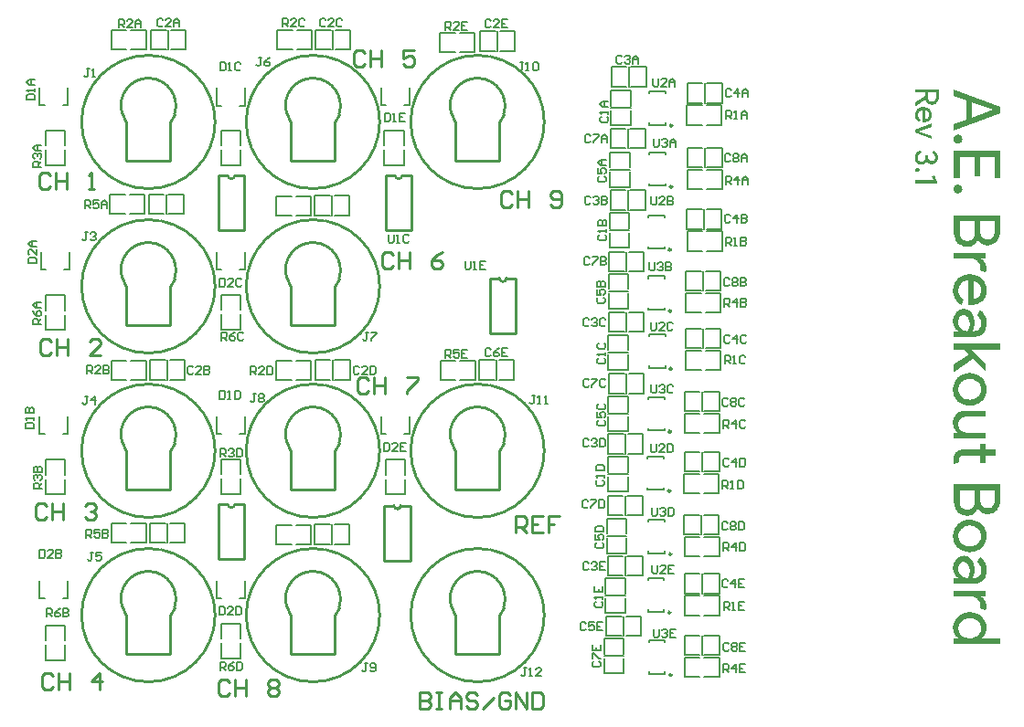
<source format=gto>
G04 Layer_Color=65535*
%FSLAX25Y25*%
%MOIN*%
G70*
G01*
G75*
%ADD10C,0.00800*%
%ADD18C,0.01000*%
%ADD32C,0.00787*%
G36*
X355252Y189339D02*
X353364D01*
Y189256D01*
X353392Y189228D01*
X353531Y189201D01*
X353697Y189090D01*
X353892Y188951D01*
X354141Y188784D01*
X354419Y188534D01*
X354669Y188257D01*
X354919Y187896D01*
X354947Y187840D01*
X355030Y187729D01*
X355114Y187507D01*
X355252Y187257D01*
X355363Y186951D01*
X355447Y186618D01*
X355530Y186229D01*
X355558Y185868D01*
Y185813D01*
Y185702D01*
Y185535D01*
X355530Y185313D01*
X355502Y185063D01*
X355447Y184813D01*
X355363Y184535D01*
X355280Y184285D01*
X353197Y184924D01*
Y184952D01*
X353225Y185007D01*
X353253Y185091D01*
X353281Y185230D01*
X353308Y185424D01*
X353336Y185646D01*
X353364Y185896D01*
Y186202D01*
Y186257D01*
X353336Y186396D01*
X353308Y186646D01*
X353253Y186924D01*
X353114Y187257D01*
X352947Y187618D01*
X352697Y187979D01*
X352364Y188340D01*
X352309Y188368D01*
X352198Y188479D01*
X351975Y188618D01*
X351698Y188784D01*
X351364Y188979D01*
X350976Y189117D01*
X350531Y189228D01*
X350059Y189256D01*
X343700D01*
Y191422D01*
X355252D01*
Y189339D01*
D02*
G37*
G36*
X349921Y93950D02*
X350143Y93922D01*
X350393Y93894D01*
X350698Y93839D01*
X351004Y93755D01*
X351698Y93561D01*
X352059Y93422D01*
X352448Y93255D01*
X352809Y93061D01*
X353170Y92839D01*
X353531Y92589D01*
X353864Y92283D01*
X353892Y92256D01*
X353947Y92200D01*
X354030Y92117D01*
X354141Y91978D01*
X354280Y91811D01*
X354419Y91617D01*
X354586Y91367D01*
X354752Y91117D01*
X354891Y90812D01*
X355058Y90506D01*
X355336Y89784D01*
X355447Y89368D01*
X355530Y88951D01*
X355586Y88507D01*
X355613Y88035D01*
Y88007D01*
Y87924D01*
Y87785D01*
X355586Y87590D01*
X355558Y87396D01*
X355530Y87118D01*
X355474Y86840D01*
X355391Y86535D01*
X355197Y85869D01*
X355058Y85508D01*
X354864Y85146D01*
X354669Y84785D01*
X354447Y84452D01*
X354169Y84119D01*
X353864Y83786D01*
X353836Y83758D01*
X353781Y83702D01*
X353697Y83619D01*
X353558Y83508D01*
X353392Y83397D01*
X353170Y83258D01*
X352920Y83091D01*
X352670Y82925D01*
X352364Y82786D01*
X352031Y82619D01*
X351670Y82481D01*
X351281Y82342D01*
X350865Y82258D01*
X350420Y82175D01*
X349948Y82120D01*
X349476Y82092D01*
X349226D01*
X349032Y82120D01*
X348810Y82147D01*
X348532Y82175D01*
X348226Y82231D01*
X347921Y82314D01*
X347227Y82508D01*
X346838Y82647D01*
X346477Y82814D01*
X346116Y83008D01*
X345755Y83230D01*
X345394Y83480D01*
X345061Y83786D01*
X345033Y83814D01*
X344977Y83869D01*
X344894Y83952D01*
X344783Y84091D01*
X344672Y84258D01*
X344505Y84452D01*
X344367Y84674D01*
X344200Y84952D01*
X344033Y85230D01*
X343894Y85563D01*
X343728Y85896D01*
X343617Y86285D01*
X343506Y86674D01*
X343422Y87118D01*
X343367Y87563D01*
X343339Y88035D01*
Y88062D01*
Y88146D01*
Y88284D01*
X343367Y88451D01*
X343394Y88673D01*
X343422Y88923D01*
X343478Y89201D01*
X343561Y89534D01*
X343756Y90201D01*
X343894Y90534D01*
X344061Y90895D01*
X344255Y91256D01*
X344505Y91617D01*
X344755Y91950D01*
X345061Y92283D01*
X345089Y92311D01*
X345144Y92367D01*
X345227Y92450D01*
X345366Y92533D01*
X345561Y92672D01*
X345755Y92811D01*
X346005Y92978D01*
X346283Y93116D01*
X346560Y93283D01*
X346921Y93450D01*
X347282Y93589D01*
X347671Y93700D01*
X348088Y93811D01*
X348532Y93894D01*
X348976Y93950D01*
X349476Y93977D01*
X349726D01*
X349921Y93950D01*
D02*
G37*
G36*
Y183508D02*
X350143Y183480D01*
X350393Y183452D01*
X350698Y183397D01*
X351004Y183341D01*
X351698Y183147D01*
X352059Y183008D01*
X352448Y182841D01*
X352809Y182675D01*
X353170Y182453D01*
X353531Y182203D01*
X353864Y181925D01*
X353892Y181897D01*
X353947Y181842D01*
X354030Y181758D01*
X354141Y181620D01*
X354280Y181481D01*
X354419Y181286D01*
X354586Y181064D01*
X354752Y180814D01*
X354891Y180536D01*
X355058Y180203D01*
X355336Y179509D01*
X355447Y179120D01*
X355530Y178704D01*
X355586Y178259D01*
X355613Y177815D01*
Y177787D01*
Y177704D01*
Y177565D01*
X355586Y177398D01*
X355558Y177176D01*
X355530Y176926D01*
X355474Y176649D01*
X355419Y176343D01*
X355197Y175704D01*
X355086Y175343D01*
X354919Y175010D01*
X354725Y174677D01*
X354503Y174344D01*
X354253Y174038D01*
X353947Y173733D01*
X353919Y173705D01*
X353864Y173677D01*
X353781Y173594D01*
X353642Y173483D01*
X353475Y173372D01*
X353253Y173261D01*
X353031Y173122D01*
X352753Y172955D01*
X352420Y172816D01*
X352086Y172678D01*
X351698Y172566D01*
X351281Y172455D01*
X350837Y172344D01*
X350365Y172261D01*
X349865Y172233D01*
X349309Y172205D01*
X349060Y172233D01*
Y181314D01*
X348893D01*
X348782Y181286D01*
X348476Y181231D01*
X348088Y181147D01*
X347643Y181009D01*
X347199Y180814D01*
X346727Y180536D01*
X346310Y180175D01*
X346255Y180120D01*
X346144Y179981D01*
X345977Y179759D01*
X345811Y179453D01*
X345616Y179065D01*
X345449Y178620D01*
X345338Y178120D01*
X345283Y177593D01*
Y177565D01*
Y177509D01*
X345311Y177398D01*
Y177260D01*
X345338Y177065D01*
X345394Y176871D01*
X345533Y176399D01*
X345644Y176149D01*
X345783Y175871D01*
X345949Y175621D01*
X346171Y175343D01*
X346394Y175066D01*
X346671Y174816D01*
X347005Y174566D01*
X347366Y174344D01*
X346422Y172400D01*
X346394D01*
X346366Y172428D01*
X346283Y172483D01*
X346171Y172539D01*
X345922Y172705D01*
X345588Y172955D01*
X345227Y173261D01*
X344839Y173650D01*
X344478Y174066D01*
X344144Y174566D01*
Y174594D01*
X344117Y174621D01*
X344061Y174705D01*
X344033Y174816D01*
X343894Y175093D01*
X343756Y175454D01*
X343589Y175927D01*
X343478Y176454D01*
X343367Y177037D01*
X343339Y177676D01*
Y177704D01*
Y177787D01*
Y177926D01*
X343367Y178093D01*
X343394Y178315D01*
X343422Y178565D01*
X343478Y178842D01*
X343561Y179148D01*
X343756Y179842D01*
X343894Y180175D01*
X344061Y180536D01*
X344255Y180897D01*
X344505Y181231D01*
X344755Y181564D01*
X345061Y181897D01*
X345089Y181925D01*
X345144Y181981D01*
X345227Y182036D01*
X345366Y182147D01*
X345561Y182286D01*
X345755Y182425D01*
X346005Y182564D01*
X346283Y182703D01*
X346560Y182869D01*
X346921Y183008D01*
X347282Y183147D01*
X347671Y183286D01*
X348088Y183397D01*
X348532Y183452D01*
X348976Y183508D01*
X349476Y183536D01*
X349726D01*
X349921Y183508D01*
D02*
G37*
G36*
X345394Y216249D02*
X345561Y216221D01*
X345727Y216165D01*
X345922Y216082D01*
X346116Y215971D01*
X346283Y215804D01*
X346310Y215777D01*
X346366Y215721D01*
X346422Y215610D01*
X346533Y215471D01*
X346616Y215304D01*
X346671Y215110D01*
X346727Y214916D01*
X346755Y214666D01*
Y214638D01*
Y214555D01*
X346727Y214416D01*
X346699Y214249D01*
X346644Y214083D01*
X346560Y213888D01*
X346449Y213694D01*
X346283Y213527D01*
X346255Y213499D01*
X346199Y213444D01*
X346116Y213388D01*
X345977Y213277D01*
X345811Y213194D01*
X345616Y213138D01*
X345394Y213083D01*
X345144Y213055D01*
X345033D01*
X344922Y213083D01*
X344755Y213111D01*
X344561Y213166D01*
X344394Y213249D01*
X344200Y213361D01*
X344005Y213527D01*
X343978Y213555D01*
X343950Y213611D01*
X343867Y213694D01*
X343783Y213833D01*
X343700Y213999D01*
X343644Y214194D01*
X343589Y214416D01*
X343561Y214666D01*
Y214693D01*
Y214777D01*
X343589Y214888D01*
X343617Y215054D01*
X343672Y215249D01*
X343756Y215416D01*
X343867Y215610D01*
X344005Y215804D01*
X344033Y215832D01*
X344089Y215888D01*
X344200Y215943D01*
X344339Y216026D01*
X344505Y216138D01*
X344700Y216193D01*
X344894Y216249D01*
X345144Y216276D01*
X345255D01*
X345394Y216249D01*
D02*
G37*
G36*
X347588Y80759D02*
X347893Y80703D01*
X348310Y80620D01*
X348754Y80453D01*
X349226Y80203D01*
X349476Y80065D01*
X349698Y79870D01*
X349921Y79676D01*
X350115Y79426D01*
Y79398D01*
X350170Y79370D01*
X350226Y79287D01*
X350282Y79176D01*
X350365Y79037D01*
X350448Y78870D01*
X350642Y78454D01*
X350837Y77954D01*
X351004Y77315D01*
X351115Y76621D01*
X351170Y75816D01*
Y75788D01*
Y75732D01*
Y75621D01*
Y75482D01*
X351142Y75316D01*
Y75121D01*
X351087Y74677D01*
X351004Y74177D01*
X350865Y73650D01*
X350698Y73122D01*
X350476Y72622D01*
X351170D01*
X351364Y72678D01*
X351642Y72733D01*
X351948Y72844D01*
X352253Y72983D01*
X352586Y73205D01*
X352892Y73511D01*
X352920Y73539D01*
X353003Y73677D01*
X353142Y73844D01*
X353281Y74094D01*
X353419Y74427D01*
X353558Y74788D01*
X353642Y75177D01*
X353669Y75621D01*
Y75649D01*
Y75705D01*
Y75788D01*
X353642Y75927D01*
X353586Y76260D01*
X353475Y76649D01*
X353308Y77121D01*
X353031Y77593D01*
X352864Y77815D01*
X352642Y78065D01*
X352420Y78287D01*
X352142Y78482D01*
X353364Y80398D01*
X353392Y80370D01*
X353475Y80314D01*
X353586Y80231D01*
X353725Y80092D01*
X353892Y79926D01*
X354086Y79731D01*
X354280Y79481D01*
X354503Y79232D01*
X354697Y78898D01*
X354891Y78565D01*
X355086Y78176D01*
X355252Y77760D01*
X355419Y77315D01*
X355530Y76815D01*
X355586Y76288D01*
X355613Y75732D01*
Y75705D01*
Y75621D01*
Y75510D01*
X355586Y75344D01*
Y75121D01*
X355558Y74899D01*
X355447Y74344D01*
X355308Y73733D01*
X355086Y73094D01*
X354752Y72483D01*
X354558Y72206D01*
X354336Y71928D01*
X354308Y71900D01*
X354280Y71872D01*
X354197Y71789D01*
X354114Y71706D01*
X353975Y71595D01*
X353808Y71484D01*
X353419Y71234D01*
X352920Y70984D01*
X352309Y70762D01*
X351614Y70595D01*
X351226Y70567D01*
X350809Y70539D01*
X343700D01*
Y72622D01*
X345283D01*
Y72706D01*
X345255Y72733D01*
X345200Y72761D01*
X345116Y72844D01*
X344977Y72955D01*
X344839Y73094D01*
X344672Y73261D01*
X344311Y73650D01*
X343950Y74177D01*
X343644Y74788D01*
X343506Y75121D01*
X343422Y75482D01*
X343367Y75871D01*
X343339Y76288D01*
Y76316D01*
Y76371D01*
Y76482D01*
X343367Y76593D01*
Y76760D01*
X343394Y76954D01*
X343478Y77399D01*
X343617Y77926D01*
X343811Y78454D01*
X344089Y78982D01*
X344450Y79509D01*
X344505Y79565D01*
X344644Y79704D01*
X344894Y79926D01*
X345227Y80148D01*
X345644Y80370D01*
X346116Y80592D01*
X346671Y80731D01*
X346977Y80759D01*
X347282Y80787D01*
X347449D01*
X347588Y80759D01*
D02*
G37*
G36*
X360556Y198920D02*
Y198892D01*
Y198837D01*
Y198726D01*
X360529Y198587D01*
Y198420D01*
X360501Y198198D01*
X360390Y197754D01*
X360251Y197198D01*
X360001Y196643D01*
X359696Y196060D01*
X359473Y195782D01*
X359251Y195504D01*
X359223Y195477D01*
X359196Y195449D01*
X359112Y195366D01*
X359029Y195282D01*
X358724Y195060D01*
X358363Y194782D01*
X357891Y194505D01*
X357307Y194283D01*
X356669Y194116D01*
X356335Y194088D01*
X355974Y194060D01*
X355863D01*
X355724Y194088D01*
X355558D01*
X355363Y194116D01*
X355141Y194172D01*
X354586Y194338D01*
X354308Y194477D01*
X354003Y194616D01*
X353725Y194810D01*
X353419Y195032D01*
X353142Y195282D01*
X352892Y195588D01*
X352670Y195949D01*
X352448Y196338D01*
X352364D01*
Y196310D01*
X352337Y196282D01*
X352281Y196115D01*
X352170Y195893D01*
X352031Y195588D01*
X351837Y195255D01*
X351559Y194894D01*
X351253Y194560D01*
X350892Y194255D01*
X350837Y194227D01*
X350698Y194144D01*
X350476Y194005D01*
X350198Y193866D01*
X349837Y193727D01*
X349448Y193588D01*
X349004Y193505D01*
X348504Y193477D01*
X348310D01*
X348171Y193505D01*
X347977Y193533D01*
X347782Y193561D01*
X347282Y193672D01*
X346755Y193838D01*
X346171Y194116D01*
X345894Y194283D01*
X345588Y194505D01*
X345311Y194727D01*
X345061Y195005D01*
X345033Y195032D01*
X345005Y195060D01*
X344950Y195143D01*
X344839Y195255D01*
X344755Y195393D01*
X344644Y195588D01*
X344394Y196004D01*
X344144Y196532D01*
X343922Y197143D01*
X343756Y197837D01*
X343728Y198226D01*
X343700Y198615D01*
Y205030D01*
X360556D01*
Y198920D01*
D02*
G37*
G36*
X349921Y147462D02*
X350143Y147435D01*
X350393Y147407D01*
X350698Y147351D01*
X351004Y147268D01*
X351698Y147074D01*
X352059Y146935D01*
X352448Y146768D01*
X352809Y146574D01*
X353170Y146352D01*
X353531Y146102D01*
X353864Y145796D01*
X353892Y145768D01*
X353947Y145713D01*
X354030Y145630D01*
X354141Y145491D01*
X354280Y145324D01*
X354419Y145130D01*
X354586Y144880D01*
X354752Y144630D01*
X354891Y144324D01*
X355058Y144019D01*
X355336Y143297D01*
X355447Y142880D01*
X355530Y142464D01*
X355586Y142019D01*
X355613Y141547D01*
Y141520D01*
Y141436D01*
Y141297D01*
X355586Y141103D01*
X355558Y140909D01*
X355530Y140631D01*
X355474Y140353D01*
X355391Y140048D01*
X355197Y139381D01*
X355058Y139020D01*
X354864Y138659D01*
X354669Y138298D01*
X354447Y137965D01*
X354169Y137632D01*
X353864Y137299D01*
X353836Y137271D01*
X353781Y137215D01*
X353697Y137132D01*
X353558Y137021D01*
X353392Y136910D01*
X353170Y136771D01*
X352920Y136604D01*
X352670Y136438D01*
X352364Y136299D01*
X352031Y136132D01*
X351670Y135993D01*
X351281Y135854D01*
X350865Y135771D01*
X350420Y135688D01*
X349948Y135632D01*
X349476Y135605D01*
X349226D01*
X349032Y135632D01*
X348810Y135660D01*
X348532Y135688D01*
X348226Y135743D01*
X347921Y135827D01*
X347227Y136021D01*
X346838Y136160D01*
X346477Y136327D01*
X346116Y136521D01*
X345755Y136743D01*
X345394Y136993D01*
X345061Y137299D01*
X345033Y137326D01*
X344977Y137382D01*
X344894Y137465D01*
X344783Y137604D01*
X344672Y137771D01*
X344505Y137965D01*
X344367Y138187D01*
X344200Y138465D01*
X344033Y138743D01*
X343894Y139076D01*
X343728Y139409D01*
X343617Y139798D01*
X343506Y140187D01*
X343422Y140631D01*
X343367Y141075D01*
X343339Y141547D01*
Y141575D01*
Y141658D01*
Y141797D01*
X343367Y141964D01*
X343394Y142186D01*
X343422Y142436D01*
X343478Y142714D01*
X343561Y143047D01*
X343756Y143713D01*
X343894Y144047D01*
X344061Y144408D01*
X344255Y144769D01*
X344505Y145130D01*
X344755Y145463D01*
X345061Y145796D01*
X345089Y145824D01*
X345144Y145879D01*
X345227Y145963D01*
X345366Y146046D01*
X345561Y146185D01*
X345755Y146324D01*
X346005Y146490D01*
X346283Y146629D01*
X346560Y146796D01*
X346921Y146962D01*
X347282Y147101D01*
X347671Y147212D01*
X348088Y147324D01*
X348532Y147407D01*
X348976Y147462D01*
X349476Y147490D01*
X349726D01*
X349921Y147462D01*
D02*
G37*
G36*
X355252Y131550D02*
X348004D01*
X347866Y131522D01*
X347671Y131495D01*
X347449Y131439D01*
X347227Y131384D01*
X346977Y131300D01*
X346699Y131161D01*
X346449Y131023D01*
X346171Y130828D01*
X345949Y130606D01*
X345727Y130328D01*
X345533Y130023D01*
X345394Y129634D01*
X345311Y129218D01*
X345283Y128718D01*
Y128690D01*
Y128662D01*
X345311Y128496D01*
X345338Y128245D01*
X345422Y127968D01*
X345533Y127607D01*
X345727Y127246D01*
X345977Y126885D01*
X346338Y126551D01*
X346394Y126524D01*
X346533Y126413D01*
X346755Y126274D01*
X347060Y126107D01*
X347421Y125941D01*
X347838Y125802D01*
X348310Y125691D01*
X348837Y125663D01*
X355252D01*
Y123497D01*
X343700D01*
Y125580D01*
X345283D01*
Y125663D01*
X345255Y125691D01*
X345144Y125746D01*
X344977Y125885D01*
X344811Y126052D01*
X344589Y126246D01*
X344339Y126524D01*
X344117Y126829D01*
X343894Y127190D01*
X343867Y127246D01*
X343811Y127357D01*
X343728Y127579D01*
X343617Y127829D01*
X343506Y128162D01*
X343422Y128523D01*
X343367Y128912D01*
X343339Y129329D01*
Y129356D01*
Y129412D01*
Y129523D01*
X343367Y129662D01*
Y129856D01*
X343394Y130051D01*
X343478Y130523D01*
X343644Y131050D01*
X343839Y131578D01*
X344144Y132106D01*
X344311Y132355D01*
X344533Y132578D01*
X344561D01*
X344589Y132633D01*
X344755Y132744D01*
X345033Y132939D01*
X345422Y133133D01*
X345894Y133355D01*
X346477Y133550D01*
X347171Y133661D01*
X347977Y133716D01*
X355252D01*
Y131550D01*
D02*
G37*
G36*
Y119581D02*
X358779D01*
Y117415D01*
X355252D01*
Y114583D01*
X353253D01*
Y117415D01*
X347310D01*
X347116Y117387D01*
X346866Y117360D01*
X346616Y117304D01*
X346338Y117221D01*
X346116Y117110D01*
X345922Y116971D01*
X345894Y116943D01*
X345866Y116888D01*
X345811Y116804D01*
X345727Y116665D01*
X345588Y116360D01*
X345561Y116166D01*
X345533Y115943D01*
Y115888D01*
Y115777D01*
X345561Y115638D01*
X345588Y115444D01*
Y115388D01*
X345616Y115305D01*
X345672Y115138D01*
X345727Y114999D01*
X343811Y114305D01*
Y114333D01*
X343756Y114444D01*
X343728Y114638D01*
X343672Y114860D01*
X343617Y115138D01*
X343589Y115499D01*
X343533Y115860D01*
Y116277D01*
Y116304D01*
Y116332D01*
X343561Y116499D01*
X343589Y116777D01*
X343644Y117110D01*
X343756Y117471D01*
X343894Y117859D01*
X344117Y118276D01*
X344394Y118637D01*
X344422Y118665D01*
X344561Y118776D01*
X344755Y118915D01*
X345033Y119109D01*
X345366Y119276D01*
X345783Y119415D01*
X346255Y119526D01*
X346810Y119581D01*
X353253D01*
Y121608D01*
X355252D01*
Y119581D01*
D02*
G37*
G36*
X347588Y170872D02*
X347893Y170817D01*
X348310Y170734D01*
X348754Y170567D01*
X349226Y170317D01*
X349476Y170178D01*
X349698Y169984D01*
X349921Y169789D01*
X350115Y169539D01*
Y169512D01*
X350170Y169484D01*
X350226Y169401D01*
X350282Y169290D01*
X350365Y169151D01*
X350448Y168984D01*
X350642Y168568D01*
X350837Y168068D01*
X351004Y167429D01*
X351115Y166735D01*
X351170Y165929D01*
Y165902D01*
Y165846D01*
Y165735D01*
Y165596D01*
X351142Y165429D01*
Y165235D01*
X351087Y164791D01*
X351004Y164291D01*
X350865Y163763D01*
X350698Y163236D01*
X350476Y162736D01*
X351170D01*
X351364Y162791D01*
X351642Y162847D01*
X351948Y162958D01*
X352253Y163097D01*
X352586Y163319D01*
X352892Y163625D01*
X352920Y163652D01*
X353003Y163791D01*
X353142Y163958D01*
X353281Y164208D01*
X353419Y164541D01*
X353558Y164902D01*
X353642Y165291D01*
X353669Y165735D01*
Y165763D01*
Y165818D01*
Y165902D01*
X353642Y166041D01*
X353586Y166374D01*
X353475Y166762D01*
X353308Y167235D01*
X353031Y167707D01*
X352864Y167929D01*
X352642Y168179D01*
X352420Y168401D01*
X352142Y168595D01*
X353364Y170511D01*
X353392Y170484D01*
X353475Y170428D01*
X353586Y170345D01*
X353725Y170206D01*
X353892Y170039D01*
X354086Y169845D01*
X354280Y169595D01*
X354503Y169345D01*
X354697Y169012D01*
X354891Y168679D01*
X355086Y168290D01*
X355252Y167873D01*
X355419Y167429D01*
X355530Y166929D01*
X355586Y166402D01*
X355613Y165846D01*
Y165818D01*
Y165735D01*
Y165624D01*
X355586Y165457D01*
Y165235D01*
X355558Y165013D01*
X355447Y164458D01*
X355308Y163847D01*
X355086Y163208D01*
X354752Y162597D01*
X354558Y162319D01*
X354336Y162042D01*
X354308Y162014D01*
X354280Y161986D01*
X354197Y161903D01*
X354114Y161820D01*
X353975Y161708D01*
X353808Y161597D01*
X353419Y161347D01*
X352920Y161097D01*
X352309Y160875D01*
X351614Y160709D01*
X351226Y160681D01*
X350809Y160653D01*
X343700D01*
Y162736D01*
X345283D01*
Y162819D01*
X345255Y162847D01*
X345200Y162875D01*
X345116Y162958D01*
X344977Y163069D01*
X344839Y163208D01*
X344672Y163375D01*
X344311Y163763D01*
X343950Y164291D01*
X343644Y164902D01*
X343506Y165235D01*
X343422Y165596D01*
X343367Y165985D01*
X343339Y166402D01*
Y166429D01*
Y166485D01*
Y166596D01*
X343367Y166707D01*
Y166874D01*
X343394Y167068D01*
X343478Y167512D01*
X343617Y168040D01*
X343811Y168568D01*
X344089Y169095D01*
X344450Y169623D01*
X344505Y169678D01*
X344644Y169817D01*
X344894Y170039D01*
X345227Y170262D01*
X345644Y170484D01*
X346116Y170706D01*
X346671Y170845D01*
X346977Y170872D01*
X347282Y170900D01*
X347449D01*
X347588Y170872D01*
D02*
G37*
G36*
X360556Y156043D02*
X350170D01*
X355252Y151045D01*
Y148268D01*
X355141D01*
X350670Y152766D01*
X343783Y148046D01*
X343700D01*
Y150656D01*
X349143Y154266D01*
X347393Y156043D01*
X343700D01*
Y158209D01*
X360556D01*
Y156043D01*
D02*
G37*
G36*
Y100809D02*
Y100781D01*
Y100725D01*
Y100614D01*
X360529Y100476D01*
Y100309D01*
X360501Y100087D01*
X360390Y99642D01*
X360251Y99087D01*
X360001Y98532D01*
X359696Y97948D01*
X359473Y97671D01*
X359251Y97393D01*
X359223Y97365D01*
X359196Y97338D01*
X359112Y97254D01*
X359029Y97171D01*
X358724Y96949D01*
X358363Y96671D01*
X357891Y96393D01*
X357307Y96171D01*
X356669Y96004D01*
X356335Y95977D01*
X355974Y95949D01*
X355863D01*
X355724Y95977D01*
X355558D01*
X355363Y96004D01*
X355141Y96060D01*
X354586Y96227D01*
X354308Y96366D01*
X354003Y96504D01*
X353725Y96699D01*
X353419Y96921D01*
X353142Y97171D01*
X352892Y97476D01*
X352670Y97837D01*
X352448Y98226D01*
X352364D01*
Y98198D01*
X352337Y98171D01*
X352281Y98004D01*
X352170Y97782D01*
X352031Y97476D01*
X351837Y97143D01*
X351559Y96782D01*
X351253Y96449D01*
X350892Y96143D01*
X350837Y96116D01*
X350698Y96032D01*
X350476Y95894D01*
X350198Y95755D01*
X349837Y95616D01*
X349448Y95477D01*
X349004Y95394D01*
X348504Y95366D01*
X348310D01*
X348171Y95394D01*
X347977Y95421D01*
X347782Y95449D01*
X347282Y95560D01*
X346755Y95727D01*
X346171Y96004D01*
X345894Y96171D01*
X345588Y96393D01*
X345311Y96615D01*
X345061Y96893D01*
X345033Y96921D01*
X345005Y96949D01*
X344950Y97032D01*
X344839Y97143D01*
X344755Y97282D01*
X344644Y97476D01*
X344394Y97893D01*
X344144Y98421D01*
X343922Y99032D01*
X343756Y99726D01*
X343728Y100115D01*
X343700Y100503D01*
Y106918D01*
X360556D01*
Y100809D01*
D02*
G37*
G36*
X330447Y222401D02*
X330530Y222387D01*
X330613Y222360D01*
X330710Y222318D01*
X330808Y222263D01*
X330891Y222179D01*
X330905Y222165D01*
X330932Y222138D01*
X330960Y222082D01*
X331016Y222013D01*
X331057Y221929D01*
X331085Y221832D01*
X331113Y221735D01*
X331127Y221610D01*
Y221596D01*
Y221555D01*
X331113Y221485D01*
X331099Y221402D01*
X331071Y221319D01*
X331030Y221221D01*
X330974Y221124D01*
X330891Y221041D01*
X330877Y221027D01*
X330849Y220999D01*
X330808Y220972D01*
X330738Y220916D01*
X330655Y220875D01*
X330558Y220847D01*
X330447Y220819D01*
X330322Y220805D01*
X330266D01*
X330211Y220819D01*
X330127Y220833D01*
X330030Y220861D01*
X329947Y220902D01*
X329850Y220958D01*
X329753Y221041D01*
X329739Y221055D01*
X329725Y221083D01*
X329683Y221124D01*
X329642Y221194D01*
X329600Y221277D01*
X329572Y221374D01*
X329544Y221485D01*
X329531Y221610D01*
Y221624D01*
Y221666D01*
X329544Y221721D01*
X329558Y221804D01*
X329586Y221902D01*
X329628Y221985D01*
X329683Y222082D01*
X329753Y222179D01*
X329767Y222193D01*
X329794Y222221D01*
X329850Y222249D01*
X329919Y222290D01*
X330002Y222346D01*
X330100Y222374D01*
X330197Y222401D01*
X330322Y222415D01*
X330377D01*
X330447Y222401D01*
D02*
G37*
G36*
X331835Y227828D02*
X331821D01*
X331807Y227815D01*
X331724Y227787D01*
X331599Y227745D01*
X331446Y227676D01*
X331279Y227592D01*
X331113Y227481D01*
X330946Y227357D01*
X330794Y227204D01*
X330780Y227190D01*
X330738Y227120D01*
X330683Y227037D01*
X330627Y226912D01*
X330558Y226760D01*
X330502Y226593D01*
X330461Y226385D01*
X330447Y226177D01*
Y226163D01*
Y226149D01*
Y226066D01*
X330474Y225941D01*
X330502Y225788D01*
X330544Y225608D01*
X330613Y225413D01*
X330710Y225219D01*
X330849Y225025D01*
X330863Y225011D01*
X330932Y224955D01*
X331016Y224872D01*
X331141Y224789D01*
X331293Y224705D01*
X331460Y224622D01*
X331668Y224567D01*
X331876Y224553D01*
X331904D01*
X331974Y224567D01*
X332084Y224581D01*
X332237Y224608D01*
X332390Y224678D01*
X332556Y224761D01*
X332737Y224886D01*
X332890Y225052D01*
X332903Y225080D01*
X332959Y225136D01*
X333028Y225247D01*
X333098Y225385D01*
X333181Y225552D01*
X333237Y225746D01*
X333292Y225969D01*
X333306Y226218D01*
Y226912D01*
X334319D01*
Y226302D01*
Y226288D01*
Y226274D01*
Y226191D01*
X334333Y226080D01*
X334361Y225927D01*
X334402Y225760D01*
X334472Y225580D01*
X334555Y225413D01*
X334680Y225247D01*
X334694Y225233D01*
X334750Y225177D01*
X334819Y225108D01*
X334930Y225039D01*
X335069Y224955D01*
X335221Y224900D01*
X335402Y224844D01*
X335610Y224830D01*
X335693D01*
X335804Y224844D01*
X335915Y224872D01*
X336054Y224927D01*
X336207Y224997D01*
X336346Y225094D01*
X336471Y225219D01*
X336485Y225233D01*
X336526Y225288D01*
X336582Y225372D01*
X336637Y225497D01*
X336693Y225635D01*
X336748Y225816D01*
X336790Y226024D01*
X336804Y226246D01*
Y226260D01*
Y226288D01*
Y226343D01*
X336790Y226413D01*
X336776Y226496D01*
X336748Y226593D01*
X336679Y226801D01*
X336623Y226926D01*
X336554Y227037D01*
X336471Y227162D01*
X336360Y227273D01*
X336248Y227384D01*
X336110Y227481D01*
X335943Y227565D01*
X335763Y227648D01*
X336179Y228647D01*
X336193D01*
X336207Y228633D01*
X336248Y228620D01*
X336304Y228592D01*
X336443Y228536D01*
X336609Y228439D01*
X336804Y228314D01*
X337012Y228162D01*
X337206Y227967D01*
X337387Y227745D01*
Y227731D01*
X337401Y227717D01*
X337456Y227634D01*
X337526Y227495D01*
X337623Y227315D01*
X337706Y227093D01*
X337775Y226843D01*
X337831Y226551D01*
X337845Y226246D01*
Y226232D01*
Y226204D01*
Y226149D01*
X337831Y226066D01*
Y225969D01*
X337817Y225871D01*
X337761Y225622D01*
X337692Y225330D01*
X337581Y225039D01*
X337414Y224733D01*
X337317Y224581D01*
X337206Y224442D01*
Y224428D01*
X337178Y224414D01*
X337095Y224331D01*
X336956Y224220D01*
X336776Y224081D01*
X336554Y223942D01*
X336276Y223831D01*
X335957Y223748D01*
X335790Y223734D01*
X335610Y223720D01*
X335499D01*
X335416Y223734D01*
X335319Y223748D01*
X335208Y223775D01*
X334958Y223859D01*
X334819Y223914D01*
X334680Y223984D01*
X334541Y224067D01*
X334389Y224178D01*
X334250Y224303D01*
X334125Y224442D01*
X334000Y224608D01*
X333889Y224803D01*
X333833D01*
Y224789D01*
X333820Y224775D01*
X333778Y224692D01*
X333722Y224581D01*
X333639Y224442D01*
X333528Y224275D01*
X333389Y224122D01*
X333223Y223956D01*
X333042Y223817D01*
X333014Y223803D01*
X332959Y223762D01*
X332848Y223706D01*
X332709Y223637D01*
X332529Y223567D01*
X332334Y223512D01*
X332112Y223470D01*
X331876Y223456D01*
X331779D01*
X331696Y223470D01*
X331613Y223484D01*
X331502Y223498D01*
X331266Y223553D01*
X330988Y223651D01*
X330835Y223706D01*
X330683Y223789D01*
X330544Y223886D01*
X330391Y223984D01*
X330252Y224109D01*
X330114Y224247D01*
X330100Y224261D01*
X330086Y224289D01*
X330044Y224331D01*
X330002Y224386D01*
X329947Y224456D01*
X329891Y224553D01*
X329836Y224664D01*
X329767Y224775D01*
X329642Y225066D01*
X329531Y225385D01*
X329447Y225760D01*
X329433Y225969D01*
X329420Y226177D01*
Y226191D01*
Y226218D01*
Y226260D01*
X329433Y226329D01*
Y226413D01*
X329447Y226496D01*
X329489Y226718D01*
X329544Y226968D01*
X329642Y227245D01*
X329767Y227537D01*
X329947Y227815D01*
X329961Y227828D01*
X329975Y227842D01*
X330044Y227939D01*
X330169Y228064D01*
X330349Y228217D01*
X330558Y228384D01*
X330808Y228550D01*
X331099Y228689D01*
X331418Y228814D01*
X331835Y227828D01*
D02*
G37*
G36*
X332809Y244599D02*
X332920Y244585D01*
X333045Y244571D01*
X333198Y244543D01*
X333350Y244515D01*
X333697Y244418D01*
X333878Y244349D01*
X334072Y244265D01*
X334253Y244182D01*
X334433Y244071D01*
X334613Y243946D01*
X334780Y243807D01*
X334794Y243793D01*
X334822Y243766D01*
X334863Y243724D01*
X334919Y243655D01*
X334988Y243585D01*
X335058Y243488D01*
X335141Y243377D01*
X335224Y243252D01*
X335294Y243113D01*
X335377Y242947D01*
X335516Y242600D01*
X335571Y242405D01*
X335613Y242197D01*
X335641Y241975D01*
X335654Y241753D01*
Y241739D01*
Y241698D01*
Y241628D01*
X335641Y241545D01*
X335627Y241434D01*
X335613Y241309D01*
X335585Y241170D01*
X335557Y241017D01*
X335446Y240698D01*
X335391Y240518D01*
X335308Y240351D01*
X335210Y240185D01*
X335099Y240018D01*
X334974Y239865D01*
X334822Y239713D01*
X334808Y239699D01*
X334780Y239685D01*
X334738Y239643D01*
X334669Y239588D01*
X334586Y239532D01*
X334475Y239477D01*
X334364Y239407D01*
X334225Y239324D01*
X334058Y239255D01*
X333892Y239185D01*
X333697Y239130D01*
X333489Y239074D01*
X333267Y239019D01*
X333031Y238977D01*
X332781Y238963D01*
X332504Y238949D01*
X332379Y238963D01*
Y243502D01*
X332296D01*
X332240Y243488D01*
X332087Y243460D01*
X331893Y243419D01*
X331671Y243349D01*
X331449Y243252D01*
X331213Y243113D01*
X331005Y242933D01*
X330977Y242905D01*
X330921Y242836D01*
X330838Y242725D01*
X330755Y242572D01*
X330658Y242378D01*
X330574Y242156D01*
X330519Y241906D01*
X330491Y241642D01*
Y241628D01*
Y241600D01*
X330505Y241545D01*
Y241476D01*
X330519Y241378D01*
X330547Y241281D01*
X330616Y241045D01*
X330672Y240920D01*
X330741Y240781D01*
X330824Y240657D01*
X330935Y240518D01*
X331046Y240379D01*
X331185Y240254D01*
X331352Y240129D01*
X331532Y240018D01*
X331060Y239047D01*
X331046D01*
X331032Y239060D01*
X330991Y239088D01*
X330935Y239116D01*
X330810Y239199D01*
X330644Y239324D01*
X330463Y239477D01*
X330269Y239671D01*
X330089Y239879D01*
X329922Y240129D01*
Y240143D01*
X329908Y240157D01*
X329880Y240198D01*
X329867Y240254D01*
X329797Y240393D01*
X329728Y240573D01*
X329644Y240809D01*
X329589Y241073D01*
X329533Y241364D01*
X329520Y241684D01*
Y241698D01*
Y241739D01*
Y241809D01*
X329533Y241892D01*
X329547Y242003D01*
X329561Y242128D01*
X329589Y242267D01*
X329631Y242419D01*
X329728Y242766D01*
X329797Y242933D01*
X329880Y243113D01*
X329978Y243294D01*
X330102Y243460D01*
X330227Y243627D01*
X330380Y243793D01*
X330394Y243807D01*
X330422Y243835D01*
X330463Y243863D01*
X330533Y243918D01*
X330630Y243988D01*
X330727Y244057D01*
X330852Y244127D01*
X330991Y244196D01*
X331130Y244279D01*
X331310Y244349D01*
X331490Y244418D01*
X331685Y244487D01*
X331893Y244543D01*
X332115Y244571D01*
X332337Y244599D01*
X332587Y244612D01*
X332712D01*
X332809Y244599D01*
D02*
G37*
G36*
X337650Y217405D02*
Y216710D01*
X329600D01*
Y217793D01*
X336304D01*
X335624Y219362D01*
X336540Y219778D01*
X337650Y217405D01*
D02*
G37*
G36*
X349893Y60181D02*
X350115Y60154D01*
X350365Y60126D01*
X350670Y60070D01*
X350976Y60015D01*
X351642Y59820D01*
X352003Y59681D01*
X352392Y59515D01*
X352753Y59348D01*
X353114Y59126D01*
X353475Y58876D01*
X353836Y58598D01*
X353864Y58571D01*
X353919Y58515D01*
X354003Y58432D01*
X354114Y58293D01*
X354253Y58154D01*
X354391Y57960D01*
X354558Y57737D01*
X354725Y57488D01*
X355058Y56932D01*
X355336Y56266D01*
X355447Y55905D01*
X355530Y55516D01*
X355586Y55127D01*
X355613Y54711D01*
Y54683D01*
Y54655D01*
Y54488D01*
X355586Y54238D01*
X355558Y53933D01*
X355474Y53572D01*
X355391Y53183D01*
X355252Y52767D01*
X355058Y52378D01*
X355030Y52322D01*
X354975Y52211D01*
X354836Y52017D01*
X354697Y51767D01*
X354475Y51517D01*
X354253Y51239D01*
X353947Y50989D01*
X353642Y50767D01*
Y50684D01*
X355252Y50767D01*
X360556D01*
Y48601D01*
X343700D01*
Y50684D01*
X345283D01*
Y50767D01*
X345255Y50795D01*
X345144Y50878D01*
X344977Y50989D01*
X344783Y51184D01*
X344561Y51406D01*
X344311Y51684D01*
X344089Y52017D01*
X343867Y52378D01*
X343839Y52433D01*
X343783Y52572D01*
X343700Y52767D01*
X343617Y53072D01*
X343506Y53405D01*
X343422Y53794D01*
X343367Y54238D01*
X343339Y54711D01*
Y54738D01*
Y54822D01*
Y54933D01*
X343367Y55099D01*
X343394Y55294D01*
X343422Y55516D01*
X343561Y56043D01*
X343756Y56655D01*
X343922Y56960D01*
X344089Y57293D01*
X344283Y57626D01*
X344505Y57960D01*
X344783Y58293D01*
X345089Y58598D01*
X345116Y58626D01*
X345172Y58654D01*
X345283Y58737D01*
X345422Y58848D01*
X345588Y58959D01*
X345811Y59098D01*
X346060Y59265D01*
X346338Y59404D01*
X346644Y59543D01*
X346977Y59709D01*
X347727Y59959D01*
X348115Y60070D01*
X348560Y60126D01*
X349004Y60181D01*
X349476Y60209D01*
X349726D01*
X349893Y60181D01*
D02*
G37*
G36*
X338125Y248027D02*
Y248013D01*
Y247971D01*
Y247916D01*
X338111Y247846D01*
X338097Y247749D01*
X338084Y247638D01*
X338042Y247388D01*
X337945Y247097D01*
X337820Y246778D01*
X337737Y246625D01*
X337639Y246472D01*
X337528Y246320D01*
X337403Y246167D01*
X337389Y246153D01*
X337376Y246139D01*
X337334Y246097D01*
X337279Y246042D01*
X337209Y245987D01*
X337126Y245917D01*
X336918Y245778D01*
X336654Y245639D01*
X336349Y245515D01*
X336001Y245417D01*
X335821Y245404D01*
X335627Y245390D01*
X335543D01*
X335474Y245404D01*
X335405D01*
X335321Y245417D01*
X335099Y245459D01*
X334863Y245528D01*
X334600Y245626D01*
X334336Y245764D01*
X334072Y245959D01*
X334058D01*
X334044Y245987D01*
X333961Y246056D01*
X333850Y246181D01*
X333711Y246347D01*
X333559Y246556D01*
X333420Y246805D01*
X333295Y247083D01*
X333212Y247402D01*
X333170Y247430D01*
X329742Y245057D01*
X329700D01*
Y246347D01*
X333115Y248624D01*
Y249817D01*
X329700D01*
Y250900D01*
X338125D01*
Y248027D01*
D02*
G37*
G36*
X345394Y234493D02*
X345561Y234466D01*
X345727Y234410D01*
X345922Y234327D01*
X346116Y234216D01*
X346283Y234049D01*
X346310Y234021D01*
X346366Y233966D01*
X346422Y233855D01*
X346533Y233716D01*
X346616Y233549D01*
X346671Y233355D01*
X346727Y233161D01*
X346755Y232911D01*
Y232883D01*
Y232800D01*
X346727Y232661D01*
X346699Y232494D01*
X346644Y232328D01*
X346560Y232133D01*
X346449Y231939D01*
X346283Y231772D01*
X346255Y231744D01*
X346199Y231689D01*
X346116Y231633D01*
X345977Y231522D01*
X345811Y231439D01*
X345616Y231383D01*
X345394Y231328D01*
X345144Y231300D01*
X345033D01*
X344922Y231328D01*
X344755Y231356D01*
X344561Y231411D01*
X344394Y231494D01*
X344200Y231606D01*
X344005Y231772D01*
X343978Y231800D01*
X343950Y231855D01*
X343867Y231939D01*
X343783Y232078D01*
X343700Y232244D01*
X343644Y232439D01*
X343589Y232661D01*
X343561Y232911D01*
Y232938D01*
Y233022D01*
X343589Y233133D01*
X343617Y233299D01*
X343672Y233494D01*
X343756Y233660D01*
X343867Y233855D01*
X344005Y234049D01*
X344033Y234077D01*
X344089Y234133D01*
X344200Y234188D01*
X344339Y234271D01*
X344505Y234383D01*
X344700Y234438D01*
X344894Y234493D01*
X345144Y234521D01*
X345255D01*
X345394Y234493D01*
D02*
G37*
G36*
X360556Y218609D02*
X358501D01*
Y226301D01*
X353142D01*
Y219387D01*
X351115D01*
Y226301D01*
X345755D01*
Y218609D01*
X343700D01*
Y228467D01*
X360556D01*
Y218609D01*
D02*
G37*
G36*
Y244741D02*
Y242297D01*
X343700Y235938D01*
Y238326D01*
X348254Y239964D01*
Y247046D01*
X343700Y248712D01*
Y251100D01*
X360556Y244741D01*
D02*
G37*
G36*
X335474Y237395D02*
X330991Y235701D01*
Y235674D01*
X335474Y233952D01*
Y232801D01*
X329700Y235160D01*
Y236243D01*
X335474Y238575D01*
Y237395D01*
D02*
G37*
G36*
X355252Y66013D02*
X353364D01*
Y65930D01*
X353392Y65902D01*
X353531Y65874D01*
X353697Y65763D01*
X353892Y65624D01*
X354141Y65458D01*
X354419Y65208D01*
X354669Y64930D01*
X354919Y64569D01*
X354947Y64513D01*
X355030Y64402D01*
X355114Y64180D01*
X355252Y63930D01*
X355363Y63625D01*
X355447Y63292D01*
X355530Y62903D01*
X355558Y62542D01*
Y62486D01*
Y62375D01*
Y62208D01*
X355530Y61986D01*
X355502Y61736D01*
X355447Y61486D01*
X355363Y61209D01*
X355280Y60959D01*
X353197Y61598D01*
Y61625D01*
X353225Y61681D01*
X353253Y61764D01*
X353281Y61903D01*
X353308Y62097D01*
X353336Y62319D01*
X353364Y62569D01*
Y62875D01*
Y62931D01*
X353336Y63069D01*
X353308Y63319D01*
X353253Y63597D01*
X353114Y63930D01*
X352947Y64291D01*
X352697Y64652D01*
X352364Y65013D01*
X352309Y65041D01*
X352198Y65152D01*
X351975Y65291D01*
X351698Y65458D01*
X351364Y65652D01*
X350976Y65791D01*
X350531Y65902D01*
X350059Y65930D01*
X343700D01*
Y68096D01*
X355252D01*
Y66013D01*
D02*
G37*
%LPC*%
G36*
X349476Y91811D02*
X349282D01*
X349171Y91783D01*
X349004D01*
X348810Y91756D01*
X348393Y91672D01*
X347921Y91534D01*
X347393Y91367D01*
X346894Y91089D01*
X346449Y90728D01*
X346394Y90673D01*
X346255Y90534D01*
X346088Y90312D01*
X345866Y89978D01*
X345644Y89590D01*
X345477Y89145D01*
X345338Y88618D01*
X345283Y88035D01*
Y88007D01*
Y87951D01*
Y87868D01*
X345311Y87757D01*
X345338Y87479D01*
X345422Y87090D01*
X345561Y86674D01*
X345783Y86229D01*
X346060Y85757D01*
X346449Y85341D01*
X346505Y85285D01*
X346671Y85174D01*
X346921Y85008D01*
X347255Y84785D01*
X347699Y84591D01*
X348199Y84425D01*
X348810Y84313D01*
X349476Y84258D01*
X349643D01*
X349782Y84286D01*
X349948D01*
X350115Y84313D01*
X350531Y84397D01*
X351004Y84508D01*
X351503Y84702D01*
X352003Y84980D01*
X352448Y85341D01*
X352475D01*
X352503Y85396D01*
X352642Y85535D01*
X352836Y85785D01*
X353059Y86091D01*
X353253Y86479D01*
X353447Y86952D01*
X353586Y87451D01*
X353642Y87729D01*
Y88035D01*
Y88062D01*
Y88090D01*
Y88173D01*
X353614Y88284D01*
X353586Y88590D01*
X353503Y88951D01*
X353364Y89395D01*
X353142Y89840D01*
X352836Y90284D01*
X352670Y90506D01*
X352448Y90728D01*
X352392Y90784D01*
X352253Y90895D01*
X352003Y91062D01*
X351642Y91256D01*
X351226Y91478D01*
X350726Y91645D01*
X350143Y91756D01*
X349476Y91811D01*
D02*
G37*
G36*
X350865Y181147D02*
Y174510D01*
X350920D01*
X351059Y174538D01*
X351281Y174594D01*
X351559Y174677D01*
X351864Y174816D01*
X352198Y174982D01*
X352531Y175205D01*
X352836Y175510D01*
X352864Y175538D01*
X352975Y175677D01*
X353086Y175871D01*
X353253Y176121D01*
X353392Y176454D01*
X353531Y176871D01*
X353614Y177343D01*
X353642Y177871D01*
Y177926D01*
Y178065D01*
X353614Y178315D01*
X353558Y178593D01*
X353447Y178926D01*
X353308Y179287D01*
X353114Y179648D01*
X352864Y179981D01*
X352836Y180009D01*
X352725Y180120D01*
X352559Y180287D01*
X352337Y180453D01*
X352059Y180648D01*
X351698Y180842D01*
X351309Y181009D01*
X350865Y181147D01*
D02*
G37*
G36*
X347227Y78537D02*
X347088D01*
X346921Y78509D01*
X346727Y78454D01*
X346505Y78371D01*
X346255Y78232D01*
X346033Y78065D01*
X345811Y77815D01*
X345783Y77787D01*
X345727Y77676D01*
X345644Y77538D01*
X345533Y77343D01*
X345422Y77093D01*
X345338Y76788D01*
X345283Y76482D01*
X345255Y76121D01*
Y76094D01*
Y76066D01*
X345283Y75899D01*
X345311Y75621D01*
X345394Y75316D01*
X345505Y74927D01*
X345672Y74538D01*
X345922Y74122D01*
X346255Y73705D01*
X346310Y73650D01*
X346449Y73539D01*
X346644Y73372D01*
X346949Y73150D01*
X347282Y72955D01*
X347699Y72789D01*
X348143Y72678D01*
X348643Y72622D01*
X348671Y72678D01*
X348782Y72817D01*
X348893Y73039D01*
X349060Y73344D01*
X349199Y73761D01*
X349337Y74233D01*
X349421Y74816D01*
X349448Y75455D01*
Y75482D01*
Y75510D01*
Y75677D01*
X349421Y75927D01*
X349365Y76205D01*
X349282Y76565D01*
X349171Y76927D01*
X349032Y77288D01*
X348810Y77649D01*
X348782Y77676D01*
X348699Y77787D01*
X348560Y77926D01*
X348365Y78093D01*
X348143Y78259D01*
X347866Y78398D01*
X347560Y78509D01*
X347227Y78537D01*
D02*
G37*
G36*
X358501Y202864D02*
X353336D01*
Y198920D01*
Y198865D01*
Y198726D01*
X353392Y198531D01*
X353447Y198254D01*
X353531Y197948D01*
X353669Y197643D01*
X353864Y197310D01*
X354114Y197004D01*
X354141Y196976D01*
X354253Y196893D01*
X354419Y196754D01*
X354641Y196615D01*
X354919Y196476D01*
X355224Y196338D01*
X355558Y196254D01*
X355919Y196227D01*
X356085D01*
X356280Y196254D01*
X356530Y196310D01*
X356807Y196421D01*
X357113Y196532D01*
X357418Y196726D01*
X357724Y196976D01*
X357752Y197004D01*
X357835Y197115D01*
X357974Y197282D01*
X358113Y197476D01*
X358252Y197754D01*
X358390Y198087D01*
X358474Y198448D01*
X358501Y198837D01*
Y202864D01*
D02*
G37*
G36*
X351309D02*
X345755D01*
Y198504D01*
Y198448D01*
X345783Y198309D01*
X345811Y198087D01*
X345866Y197809D01*
X345949Y197504D01*
X346116Y197171D01*
X346310Y196837D01*
X346588Y196504D01*
X346616Y196476D01*
X346727Y196365D01*
X346921Y196254D01*
X347144Y196088D01*
X347421Y195949D01*
X347754Y195810D01*
X348143Y195727D01*
X348532Y195699D01*
X348726D01*
X348921Y195754D01*
X349199Y195810D01*
X349504Y195893D01*
X349809Y196060D01*
X350143Y196254D01*
X350476Y196532D01*
X350504Y196560D01*
X350615Y196671D01*
X350754Y196865D01*
X350892Y197115D01*
X351059Y197393D01*
X351170Y197754D01*
X351281Y198170D01*
X351309Y198615D01*
Y202864D01*
D02*
G37*
G36*
X349476Y145324D02*
X349282D01*
X349171Y145296D01*
X349004D01*
X348810Y145268D01*
X348393Y145185D01*
X347921Y145046D01*
X347393Y144880D01*
X346894Y144602D01*
X346449Y144241D01*
X346394Y144185D01*
X346255Y144047D01*
X346088Y143825D01*
X345866Y143491D01*
X345644Y143103D01*
X345477Y142658D01*
X345338Y142130D01*
X345283Y141547D01*
Y141520D01*
Y141464D01*
Y141381D01*
X345311Y141270D01*
X345338Y140992D01*
X345422Y140603D01*
X345561Y140187D01*
X345783Y139742D01*
X346060Y139270D01*
X346449Y138854D01*
X346505Y138798D01*
X346671Y138687D01*
X346921Y138520D01*
X347255Y138298D01*
X347699Y138104D01*
X348199Y137937D01*
X348810Y137826D01*
X349476Y137771D01*
X349643D01*
X349782Y137798D01*
X349948D01*
X350115Y137826D01*
X350531Y137909D01*
X351004Y138021D01*
X351503Y138215D01*
X352003Y138493D01*
X352448Y138854D01*
X352475D01*
X352503Y138909D01*
X352642Y139048D01*
X352836Y139298D01*
X353059Y139603D01*
X353253Y139992D01*
X353447Y140464D01*
X353586Y140964D01*
X353642Y141242D01*
Y141547D01*
Y141575D01*
Y141603D01*
Y141686D01*
X353614Y141797D01*
X353586Y142103D01*
X353503Y142464D01*
X353364Y142908D01*
X353142Y143352D01*
X352836Y143797D01*
X352670Y144019D01*
X352448Y144241D01*
X352392Y144297D01*
X352253Y144408D01*
X352003Y144574D01*
X351642Y144769D01*
X351226Y144991D01*
X350726Y145157D01*
X350143Y145268D01*
X349476Y145324D01*
D02*
G37*
G36*
X347227Y168651D02*
X347088D01*
X346921Y168623D01*
X346727Y168568D01*
X346505Y168484D01*
X346255Y168345D01*
X346033Y168179D01*
X345811Y167929D01*
X345783Y167901D01*
X345727Y167790D01*
X345644Y167651D01*
X345533Y167457D01*
X345422Y167207D01*
X345338Y166901D01*
X345283Y166596D01*
X345255Y166235D01*
Y166207D01*
Y166179D01*
X345283Y166013D01*
X345311Y165735D01*
X345394Y165429D01*
X345505Y165041D01*
X345672Y164652D01*
X345922Y164235D01*
X346255Y163819D01*
X346310Y163763D01*
X346449Y163652D01*
X346644Y163486D01*
X346949Y163263D01*
X347282Y163069D01*
X347699Y162902D01*
X348143Y162791D01*
X348643Y162736D01*
X348671Y162791D01*
X348782Y162930D01*
X348893Y163152D01*
X349060Y163458D01*
X349199Y163874D01*
X349337Y164347D01*
X349421Y164930D01*
X349448Y165568D01*
Y165596D01*
Y165624D01*
Y165791D01*
X349421Y166041D01*
X349365Y166318D01*
X349282Y166679D01*
X349171Y167040D01*
X349032Y167401D01*
X348810Y167762D01*
X348782Y167790D01*
X348699Y167901D01*
X348560Y168040D01*
X348365Y168207D01*
X348143Y168373D01*
X347866Y168512D01*
X347560Y168623D01*
X347227Y168651D01*
D02*
G37*
G36*
X351309Y104752D02*
X345755D01*
Y100392D01*
Y100337D01*
X345783Y100198D01*
X345811Y99976D01*
X345866Y99698D01*
X345949Y99392D01*
X346116Y99059D01*
X346310Y98726D01*
X346588Y98393D01*
X346616Y98365D01*
X346727Y98254D01*
X346921Y98143D01*
X347144Y97976D01*
X347421Y97837D01*
X347754Y97698D01*
X348143Y97615D01*
X348532Y97587D01*
X348726D01*
X348921Y97643D01*
X349199Y97698D01*
X349504Y97782D01*
X349809Y97948D01*
X350143Y98143D01*
X350476Y98421D01*
X350504Y98448D01*
X350615Y98559D01*
X350754Y98754D01*
X350892Y99004D01*
X351059Y99281D01*
X351170Y99642D01*
X351281Y100059D01*
X351309Y100503D01*
Y104752D01*
D02*
G37*
G36*
X358501D02*
X353336D01*
Y100809D01*
Y100753D01*
Y100614D01*
X353392Y100420D01*
X353447Y100142D01*
X353531Y99837D01*
X353669Y99531D01*
X353864Y99198D01*
X354114Y98893D01*
X354141Y98865D01*
X354253Y98782D01*
X354419Y98643D01*
X354641Y98504D01*
X354919Y98365D01*
X355224Y98226D01*
X355558Y98143D01*
X355919Y98115D01*
X356085D01*
X356280Y98143D01*
X356530Y98198D01*
X356807Y98309D01*
X357113Y98421D01*
X357418Y98615D01*
X357724Y98865D01*
X357752Y98893D01*
X357835Y99004D01*
X357974Y99170D01*
X358113Y99365D01*
X358252Y99642D01*
X358390Y99976D01*
X358474Y100337D01*
X358501Y100725D01*
Y104752D01*
D02*
G37*
G36*
X333281Y243419D02*
Y240101D01*
X333309D01*
X333378Y240115D01*
X333489Y240143D01*
X333628Y240185D01*
X333781Y240254D01*
X333947Y240337D01*
X334114Y240448D01*
X334266Y240601D01*
X334280Y240615D01*
X334336Y240684D01*
X334391Y240781D01*
X334475Y240906D01*
X334544Y241073D01*
X334613Y241281D01*
X334655Y241517D01*
X334669Y241781D01*
Y241809D01*
Y241878D01*
X334655Y242003D01*
X334627Y242142D01*
X334572Y242308D01*
X334503Y242489D01*
X334405Y242669D01*
X334280Y242836D01*
X334266Y242850D01*
X334211Y242905D01*
X334128Y242988D01*
X334017Y243072D01*
X333878Y243169D01*
X333697Y243266D01*
X333503Y243349D01*
X333281Y243419D01*
D02*
G37*
G36*
X349476Y58043D02*
X349309D01*
X349171Y58015D01*
X349004D01*
X348837Y57987D01*
X348393Y57904D01*
X347921Y57765D01*
X347421Y57599D01*
X346921Y57321D01*
X346477Y56960D01*
X346422Y56904D01*
X346283Y56766D01*
X346088Y56543D01*
X345894Y56238D01*
X345672Y55849D01*
X345477Y55405D01*
X345338Y54905D01*
X345311Y54627D01*
X345283Y54349D01*
Y54322D01*
Y54266D01*
Y54183D01*
X345311Y54072D01*
X345338Y53794D01*
X345422Y53405D01*
X345561Y53017D01*
X345783Y52572D01*
X346060Y52128D01*
X346449Y51739D01*
X346505Y51684D01*
X346671Y51573D01*
X346921Y51406D01*
X347255Y51212D01*
X347699Y51017D01*
X348199Y50850D01*
X348810Y50739D01*
X349476Y50684D01*
X349643D01*
X349782Y50712D01*
X349921D01*
X350115Y50739D01*
X350531Y50823D01*
X351004Y50934D01*
X351503Y51128D01*
X351975Y51378D01*
X352448Y51739D01*
X352475D01*
X352503Y51795D01*
X352642Y51934D01*
X352836Y52156D01*
X353059Y52461D01*
X353253Y52822D01*
X353447Y53267D01*
X353586Y53794D01*
X353642Y54072D01*
Y54349D01*
Y54377D01*
Y54405D01*
Y54488D01*
X353614Y54599D01*
X353586Y54905D01*
X353503Y55266D01*
X353364Y55682D01*
X353142Y56099D01*
X352836Y56543D01*
X352670Y56766D01*
X352448Y56960D01*
X352392Y57016D01*
X352225Y57126D01*
X351975Y57293D01*
X351642Y57488D01*
X351198Y57710D01*
X350698Y57876D01*
X350115Y57987D01*
X349476Y58043D01*
D02*
G37*
G36*
X337098Y249817D02*
X334128D01*
Y248082D01*
Y248068D01*
Y248055D01*
X334142Y247971D01*
X334156Y247846D01*
X334183Y247694D01*
X334239Y247513D01*
X334308Y247333D01*
X334419Y247139D01*
X334558Y246958D01*
X334572Y246944D01*
X334641Y246889D01*
X334725Y246819D01*
X334850Y246722D01*
X335002Y246639D01*
X335196Y246569D01*
X335405Y246514D01*
X335627Y246500D01*
X335724D01*
X335835Y246528D01*
X335974Y246556D01*
X336140Y246611D01*
X336307Y246680D01*
X336487Y246792D01*
X336654Y246930D01*
X336668Y246944D01*
X336723Y247014D01*
X336793Y247097D01*
X336876Y247222D01*
X336959Y247388D01*
X337029Y247569D01*
X337084Y247777D01*
X337098Y248013D01*
Y249817D01*
D02*
G37*
G36*
X350282Y246324D02*
Y240714D01*
X357891Y243463D01*
Y243574D01*
X350282Y246324D01*
D02*
G37*
%LPD*%
D10*
X76500Y55958D02*
X83600D01*
X76500Y43295D02*
X83600D01*
X76500D02*
Y48795D01*
X83600Y43295D02*
Y48795D01*
Y50458D02*
Y55958D01*
X76500Y50458D02*
Y55958D01*
Y176100D02*
X83600D01*
X76500Y163437D02*
X83600D01*
X76500D02*
Y168937D01*
X83600Y163437D02*
Y168937D01*
Y170600D02*
Y176100D01*
X76500Y170600D02*
Y176100D01*
X12500Y55317D02*
X19600D01*
X12500Y42654D02*
X19600D01*
X12500D02*
Y48154D01*
X19600Y42654D02*
Y48154D01*
Y49817D02*
Y55317D01*
X12500Y49817D02*
Y55317D01*
Y175817D02*
X19600D01*
X12500Y163154D02*
X19600D01*
X12500D02*
Y168654D01*
X19600Y163154D02*
Y168654D01*
Y170317D02*
Y175817D01*
X12500Y170317D02*
Y175817D01*
X169217Y145000D02*
Y152100D01*
X156553Y145000D02*
Y152100D01*
X162054D01*
X156553Y145000D02*
X162054D01*
X163716D02*
X169217D01*
X163716Y152100D02*
X169217D01*
X109358Y85000D02*
Y92100D01*
X96695Y85000D02*
Y92100D01*
X102195D01*
X96695Y85000D02*
X102195D01*
X103858D02*
X109358D01*
X103858Y92100D02*
X109358D01*
Y205000D02*
Y212100D01*
X96695Y205000D02*
Y212100D01*
X102195D01*
X96695Y205000D02*
X102195D01*
X103858D02*
X109358D01*
X103858Y212100D02*
X109358D01*
X49216Y85500D02*
Y92600D01*
X36554Y85500D02*
Y92600D01*
X42054D01*
X36554Y85500D02*
X42054D01*
X43716D02*
X49216D01*
X43716Y92600D02*
X49216D01*
X48717Y205500D02*
Y212600D01*
X36054Y205500D02*
Y212600D01*
X41554D01*
X36054Y205500D02*
X41554D01*
X43216D02*
X48717D01*
X43216Y212600D02*
X48717D01*
X258158Y36600D02*
Y43700D01*
X245495Y36600D02*
Y43700D01*
X250995D01*
X245495Y36600D02*
X250995D01*
X252658D02*
X258158D01*
X252658Y43700D02*
X258158D01*
Y80600D02*
Y87700D01*
X245495Y80600D02*
Y87700D01*
X250995D01*
X245495Y80600D02*
X250995D01*
X252658D02*
X258158D01*
X252658Y87700D02*
X258158D01*
Y125600D02*
Y132700D01*
X245495Y125600D02*
Y132700D01*
X250995D01*
X245495Y125600D02*
X250995D01*
X252658D02*
X258158D01*
X252658Y132700D02*
X258158D01*
X258658Y169600D02*
Y176700D01*
X245995Y169600D02*
Y176700D01*
X251495D01*
X245995Y169600D02*
X251495D01*
X253158D02*
X258658D01*
X253158Y176700D02*
X258658D01*
X259158Y214600D02*
Y221700D01*
X246495Y214600D02*
Y221700D01*
X251995D01*
X246495Y214600D02*
X251995D01*
X253658D02*
X259158D01*
X253658Y221700D02*
X259158D01*
X136000Y235958D02*
X143100D01*
X136000Y223295D02*
X143100D01*
X136000D02*
Y228795D01*
X143100Y223295D02*
Y228795D01*
Y230458D02*
Y235958D01*
X136000Y230458D02*
Y235958D01*
X76500Y115958D02*
X83600D01*
X76500Y103295D02*
X83600D01*
X76500D02*
Y108795D01*
X83600Y103295D02*
Y108795D01*
Y110458D02*
Y115958D01*
X76500Y110458D02*
Y115958D01*
Y236100D02*
X83600D01*
X76500Y223437D02*
X83600D01*
X76500D02*
Y228937D01*
X83600Y223437D02*
Y228937D01*
Y230600D02*
Y236100D01*
X76500Y230600D02*
Y236100D01*
X12500Y115816D02*
X19600D01*
X12500Y103154D02*
X19600D01*
X12500D02*
Y108653D01*
X19600Y103154D02*
Y108653D01*
Y110317D02*
Y115816D01*
X12500Y110317D02*
Y115816D01*
Y235958D02*
X19600D01*
X12500Y223295D02*
X19600D01*
X12500D02*
Y228795D01*
X19600Y223295D02*
Y228795D01*
Y230458D02*
Y235958D01*
X12500Y230458D02*
Y235958D01*
X169000Y264500D02*
Y271600D01*
X156337Y264500D02*
Y271600D01*
X161837D01*
X156337Y264500D02*
X161837D01*
X163500D02*
X169000D01*
X163500Y271600D02*
X169000D01*
X109358Y145000D02*
Y152100D01*
X96695Y145000D02*
Y152100D01*
X102195D01*
X96695Y145000D02*
X102195D01*
X103858D02*
X109358D01*
X103858Y152100D02*
X109358D01*
X109716Y265500D02*
Y272600D01*
X97053Y265500D02*
Y272600D01*
X102553D01*
X97053Y265500D02*
X102553D01*
X104217D02*
X109716D01*
X104217Y272600D02*
X109716D01*
X49216Y145000D02*
Y152100D01*
X36554Y145000D02*
Y152100D01*
X42054D01*
X36554Y145000D02*
X42054D01*
X43716D02*
X49216D01*
X43716Y152100D02*
X49216D01*
Y265500D02*
Y272600D01*
X36554Y265500D02*
Y272600D01*
X42054D01*
X36554Y265500D02*
X42054D01*
X43716D02*
X49216D01*
X43716Y272600D02*
X49216D01*
X258158Y59100D02*
Y66200D01*
X245495Y59100D02*
Y66200D01*
X250995D01*
X245495Y59100D02*
X250995D01*
X252658D02*
X258158D01*
X252658Y66200D02*
X258158D01*
X258016Y103600D02*
Y110700D01*
X245354Y103600D02*
Y110700D01*
X250853D01*
X245354Y103600D02*
X250853D01*
X252517D02*
X258016D01*
X252517Y110700D02*
X258016D01*
X258658Y148600D02*
Y155700D01*
X245995Y148600D02*
Y155700D01*
X251495D01*
X245995Y148600D02*
X251495D01*
X253158D02*
X258658D01*
X253158Y155700D02*
X258658D01*
X259158Y192100D02*
Y199200D01*
X246495Y192100D02*
Y199200D01*
X251995D01*
X246495Y192100D02*
X251995D01*
X253658D02*
X259158D01*
X253658Y199200D02*
X259158D01*
X259016Y238100D02*
Y245200D01*
X246354Y238100D02*
Y245200D01*
X251853D01*
X246354Y238100D02*
X251853D01*
X253517D02*
X259016D01*
X253517Y245200D02*
X259016D01*
X74882Y65179D02*
Y71576D01*
X85118Y65179D02*
Y71576D01*
X83346Y65179D02*
X85118D01*
X74882D02*
X76654D01*
X74882Y185179D02*
Y191576D01*
X85118Y185179D02*
Y191576D01*
X83346Y185179D02*
X85118D01*
X74882D02*
X76654D01*
X10382Y65179D02*
Y71576D01*
X20618Y65179D02*
Y71576D01*
X18846Y65179D02*
X20618D01*
X10382D02*
X12154D01*
X10882Y185179D02*
Y191576D01*
X21118Y185179D02*
Y191576D01*
X19346Y185179D02*
X21118D01*
X10882D02*
X12654D01*
X134882Y245179D02*
Y251576D01*
X145118Y245179D02*
Y251576D01*
X143346Y245179D02*
X145118D01*
X134882D02*
X136654D01*
X74882Y125179D02*
Y131576D01*
X85118Y125179D02*
Y131576D01*
X83346Y125179D02*
X85118D01*
X74882D02*
X76654D01*
X74882Y245100D02*
Y251498D01*
X85118Y245100D02*
Y251498D01*
X83346Y245100D02*
X85118D01*
X74882D02*
X76654D01*
X10382Y125179D02*
Y131576D01*
X20618Y125179D02*
Y131576D01*
X18846Y125179D02*
X20618D01*
X10382D02*
X12154D01*
X10382Y245179D02*
Y251576D01*
X20618Y245179D02*
Y251576D01*
X18846Y245179D02*
X20618D01*
X10382D02*
X12154D01*
X258016Y88600D02*
Y95700D01*
X245354Y88600D02*
Y95700D01*
X250853D01*
X245354Y88600D02*
X250853D01*
X252517D02*
X258016D01*
X252517Y95700D02*
X258016D01*
X251658Y88600D02*
Y95700D01*
X258158Y133600D02*
Y140700D01*
X245495Y133600D02*
Y140700D01*
X250995D01*
X245495Y133600D02*
X250995D01*
X252658D02*
X258158D01*
X252658Y140700D02*
X258158D01*
X251800Y133600D02*
Y140700D01*
X258658Y177600D02*
Y184700D01*
X245995Y177600D02*
Y184700D01*
X251495D01*
X245995Y177600D02*
X251495D01*
X253158D02*
X258658D01*
X253158Y184700D02*
X258658D01*
X252300Y177600D02*
Y184700D01*
X259158Y222600D02*
Y229700D01*
X246495Y222600D02*
Y229700D01*
X251995D01*
X246495Y222600D02*
X251995D01*
X253658D02*
X259158D01*
X253658Y229700D02*
X259158D01*
X252800Y222600D02*
Y229700D01*
X216200Y37842D02*
X223300D01*
X216200Y50505D02*
X223300D01*
Y45005D02*
Y50505D01*
X216200Y45005D02*
Y50505D01*
Y37842D02*
Y43342D01*
X223300Y37842D02*
Y43342D01*
X216200Y44200D02*
X223300D01*
X230158Y95600D02*
Y102700D01*
X217495Y95600D02*
Y102700D01*
X222995D01*
X217495Y95600D02*
X222995D01*
X224658D02*
X230158D01*
X224658Y102700D02*
X230158D01*
X223800Y95600D02*
Y102700D01*
X230658Y140100D02*
Y147200D01*
X217995Y140100D02*
Y147200D01*
X223495D01*
X217995Y140100D02*
X223495D01*
X225158D02*
X230658D01*
X225158Y147200D02*
X230658D01*
X224300Y140100D02*
Y147200D01*
X230658Y184600D02*
Y191700D01*
X217995Y184600D02*
Y191700D01*
X223495D01*
X217995Y184600D02*
X223495D01*
X225158D02*
X230658D01*
X225158Y191700D02*
X230658D01*
X224300Y184600D02*
Y191700D01*
X231158Y229600D02*
Y236700D01*
X218495Y229600D02*
Y236700D01*
X223995D01*
X218495Y229600D02*
X223995D01*
X225658D02*
X231158D01*
X225658Y236700D02*
X231158D01*
X224800Y229600D02*
Y236700D01*
X170642Y145100D02*
Y152200D01*
X183305Y145100D02*
Y152200D01*
X177805Y145100D02*
X183305D01*
X177805Y152200D02*
X183305D01*
X170642D02*
X176142D01*
X170642Y145100D02*
X176142D01*
X177000D02*
Y152200D01*
X110642Y85100D02*
Y92200D01*
X123305Y85100D02*
Y92200D01*
X117805Y85100D02*
X123305D01*
X117805Y92200D02*
X123305D01*
X110642D02*
X116142D01*
X110642Y85100D02*
X116142D01*
X117000D02*
Y92200D01*
X110642Y205100D02*
Y212200D01*
X123305Y205100D02*
Y212200D01*
X117805Y205100D02*
X123305D01*
X117805Y212200D02*
X123305D01*
X110642D02*
X116142D01*
X110642Y205100D02*
X116142D01*
X117000D02*
Y212200D01*
X50642Y85600D02*
Y92700D01*
X63305Y85600D02*
Y92700D01*
X57805Y85600D02*
X63305D01*
X57805Y92700D02*
X63305D01*
X50642D02*
X56142D01*
X50642Y85600D02*
X56142D01*
X57000D02*
Y92700D01*
X50142Y205600D02*
Y212700D01*
X62805Y205600D02*
Y212700D01*
X57305Y205600D02*
X62805D01*
X57305Y212700D02*
X62805D01*
X50142D02*
X55642D01*
X50142Y205600D02*
X55642D01*
X56500D02*
Y212700D01*
X229658Y51600D02*
Y58700D01*
X216995Y51600D02*
Y58700D01*
X222495D01*
X216995Y51600D02*
X222495D01*
X224158D02*
X229658D01*
X224158Y58700D02*
X229658D01*
X223300Y51600D02*
Y58700D01*
X217200Y81700D02*
X224300D01*
X217200Y94363D02*
X224300D01*
Y88863D02*
Y94363D01*
X217200Y88863D02*
Y94363D01*
Y81700D02*
Y87200D01*
X224300Y81700D02*
Y87200D01*
X217200Y88058D02*
X224300D01*
X217700Y126200D02*
X224800D01*
X217700Y138863D02*
X224800D01*
Y133363D02*
Y138863D01*
X217700Y133363D02*
Y138863D01*
Y126200D02*
Y131700D01*
X224800Y126200D02*
Y131700D01*
X217700Y132558D02*
X224800D01*
X217800Y183700D02*
X224900D01*
X217800Y171037D02*
X224900D01*
X217800D02*
Y176537D01*
X224900Y171037D02*
Y176537D01*
Y178200D02*
Y183700D01*
X217800Y178200D02*
Y183700D01*
Y177342D02*
X224900D01*
X218342Y215342D02*
X225442D01*
X218342Y228005D02*
X225442D01*
Y222505D02*
Y228005D01*
X218342Y222505D02*
Y228005D01*
Y215342D02*
Y220842D01*
X225442Y215342D02*
Y220842D01*
X218342Y221700D02*
X225442D01*
X258158Y67100D02*
Y74200D01*
X245495Y67100D02*
Y74200D01*
X250995D01*
X245495Y67100D02*
X250995D01*
X252658D02*
X258158D01*
X252658Y74200D02*
X258158D01*
X251800Y67100D02*
Y74200D01*
X258158Y111600D02*
Y118700D01*
X245495Y111600D02*
Y118700D01*
X250995D01*
X245495Y111600D02*
X250995D01*
X252658D02*
X258158D01*
X252658Y118700D02*
X258158D01*
X251800Y111600D02*
Y118700D01*
X258658Y156600D02*
Y163700D01*
X245995Y156600D02*
Y163700D01*
X251495D01*
X245995Y156600D02*
X251495D01*
X253158D02*
X258658D01*
X253158Y163700D02*
X258658D01*
X252300Y156600D02*
Y163700D01*
X259016Y200100D02*
Y207200D01*
X246354Y200100D02*
Y207200D01*
X251853D01*
X246354Y200100D02*
X251853D01*
X253517D02*
X259016D01*
X253517Y207200D02*
X259016D01*
X252658Y200100D02*
Y207200D01*
X259158Y246100D02*
Y253200D01*
X246495Y246100D02*
Y253200D01*
X251995D01*
X246495Y246100D02*
X251995D01*
X253658D02*
X259158D01*
X253658Y253200D02*
X259158D01*
X252800Y246100D02*
Y253200D01*
X230158Y73600D02*
Y80700D01*
X217495Y73600D02*
Y80700D01*
X222995D01*
X217495Y73600D02*
X222995D01*
X224658D02*
X230158D01*
X224658Y80700D02*
X230158D01*
X223800Y73600D02*
Y80700D01*
X230300Y118100D02*
Y125200D01*
X217637Y118100D02*
Y125200D01*
X223137D01*
X217637Y118100D02*
X223137D01*
X224800D02*
X230300D01*
X224800Y125200D02*
X230300D01*
X223942Y118100D02*
Y125200D01*
X230658Y162600D02*
Y169700D01*
X217995Y162600D02*
Y169700D01*
X223495D01*
X217995Y162600D02*
X223495D01*
X225158D02*
X230658D01*
X225158Y169700D02*
X230658D01*
X224300Y162600D02*
Y169700D01*
X231158Y207100D02*
Y214200D01*
X218495Y207100D02*
Y214200D01*
X223995D01*
X218495Y207100D02*
X223995D01*
X225658D02*
X231158D01*
X225658Y214200D02*
X231158D01*
X224800Y207100D02*
Y214200D01*
X231517Y252100D02*
Y259200D01*
X218853Y252100D02*
Y259200D01*
X224354D01*
X218853Y252100D02*
X224354D01*
X226016D02*
X231517D01*
X226016Y259200D02*
X231517D01*
X225158Y252100D02*
Y259200D01*
X171000Y265100D02*
Y272200D01*
X183663Y265100D02*
Y272200D01*
X178163Y265100D02*
X183663D01*
X178163Y272200D02*
X183663D01*
X171000D02*
X176500D01*
X171000Y265100D02*
X176500D01*
X177358D02*
Y272200D01*
X110784Y145100D02*
Y152200D01*
X123447Y145100D02*
Y152200D01*
X117947Y145100D02*
X123447D01*
X117947Y152200D02*
X123447D01*
X110784D02*
X116284D01*
X110784Y145100D02*
X116284D01*
X117142D02*
Y152200D01*
X111000Y265600D02*
Y272700D01*
X123663Y265600D02*
Y272700D01*
X118163Y265600D02*
X123663D01*
X118163Y272700D02*
X123663D01*
X111000D02*
X116500D01*
X111000Y265600D02*
X116500D01*
X117358D02*
Y272700D01*
X50642Y145100D02*
Y152200D01*
X63305Y145100D02*
Y152200D01*
X57805Y145100D02*
X63305D01*
X57805Y152200D02*
X63305D01*
X50642D02*
X56142D01*
X50642Y145100D02*
X56142D01*
X57000D02*
Y152200D01*
X51000Y265600D02*
Y272700D01*
X63663Y265600D02*
Y272700D01*
X58163Y265600D02*
X63663D01*
X58163Y272700D02*
X63663D01*
X51000D02*
X56500D01*
X51000Y265600D02*
X56500D01*
X57358D02*
Y272700D01*
X216700Y59842D02*
X223800D01*
X216700Y72505D02*
X223800D01*
Y67005D02*
Y72505D01*
X216700Y67005D02*
Y72505D01*
Y59842D02*
Y65342D01*
X223800Y59842D02*
Y65342D01*
X216700Y66200D02*
X223800D01*
X217700Y104200D02*
X224800D01*
X217700Y116863D02*
X224800D01*
Y111363D02*
Y116863D01*
X217700Y111363D02*
Y116863D01*
Y104200D02*
Y109700D01*
X224800Y104200D02*
Y109700D01*
X217700Y110558D02*
X224800D01*
X217700Y148700D02*
X224800D01*
X217700Y161363D02*
X224800D01*
Y155863D02*
Y161363D01*
X217700Y155863D02*
Y161363D01*
Y148700D02*
Y154200D01*
X224800Y148700D02*
Y154200D01*
X217700Y155058D02*
X224800D01*
X218200Y193200D02*
X225300D01*
X218200Y205863D02*
X225300D01*
Y200363D02*
Y205863D01*
X218200Y200363D02*
Y205863D01*
Y193200D02*
Y198700D01*
X225300Y193200D02*
Y198700D01*
X218200Y199558D02*
X225300D01*
X218700Y237842D02*
X225800D01*
X218700Y250505D02*
X225800D01*
Y245005D02*
Y250505D01*
X218700Y245005D02*
Y250505D01*
Y237842D02*
Y243342D01*
X225800Y237842D02*
Y243342D01*
X218700Y244200D02*
X225800D01*
X258158Y44600D02*
Y51700D01*
X245495Y44600D02*
Y51700D01*
X250995D01*
X245495Y44600D02*
X250995D01*
X252658D02*
X258158D01*
X252658Y51700D02*
X258158D01*
X251800Y44600D02*
Y51700D01*
X136500Y115816D02*
X143600D01*
X136500Y103154D02*
X143600D01*
X136500D02*
Y108653D01*
X143600Y103154D02*
Y108653D01*
Y110317D02*
Y115816D01*
X136500Y110317D02*
Y115816D01*
X134882Y125179D02*
Y131576D01*
X145118Y125179D02*
Y131576D01*
X143346Y125179D02*
X145118D01*
X134882D02*
X136654D01*
X28499Y258499D02*
X27500D01*
X27999D01*
Y256000D01*
X27500Y255500D01*
X27000D01*
X26500Y256000D01*
X29499Y255500D02*
X30499D01*
X29999D01*
Y258499D01*
X29499Y257999D01*
X27899Y198899D02*
X26900D01*
X27400D01*
Y196400D01*
X26900Y195900D01*
X26400D01*
X25900Y196400D01*
X28899Y198399D02*
X29399Y198899D01*
X30399D01*
X30898Y198399D01*
Y197899D01*
X30399Y197399D01*
X29899D01*
X30399D01*
X30898Y196900D01*
Y196400D01*
X30399Y195900D01*
X29399D01*
X28899Y196400D01*
X27999Y139099D02*
X27000D01*
X27499D01*
Y136600D01*
X27000Y136100D01*
X26500D01*
X26000Y136600D01*
X30499Y136100D02*
Y139099D01*
X28999Y137600D01*
X30998D01*
X29799Y82099D02*
X28800D01*
X29300D01*
Y79600D01*
X28800Y79100D01*
X28300D01*
X27800Y79600D01*
X32798Y82099D02*
X30799D01*
Y80599D01*
X31799Y81099D01*
X32299D01*
X32798Y80599D01*
Y79600D01*
X32299Y79100D01*
X31299D01*
X30799Y79600D01*
X91299Y262499D02*
X90300D01*
X90799D01*
Y260000D01*
X90300Y259500D01*
X89800D01*
X89300Y260000D01*
X94298Y262499D02*
X93299Y261999D01*
X92299Y260999D01*
Y260000D01*
X92799Y259500D01*
X93799D01*
X94298Y260000D01*
Y260500D01*
X93799Y260999D01*
X92299D01*
X130199Y162299D02*
X129200D01*
X129700D01*
Y159800D01*
X129200Y159300D01*
X128700D01*
X128200Y159800D01*
X131199Y162299D02*
X133198D01*
Y161799D01*
X131199Y159800D01*
Y159300D01*
X89199Y139799D02*
X88200D01*
X88700D01*
Y137300D01*
X88200Y136800D01*
X87700D01*
X87200Y137300D01*
X90199Y139299D02*
X90699Y139799D01*
X91699D01*
X92198Y139299D01*
Y138799D01*
X91699Y138300D01*
X92198Y137800D01*
Y137300D01*
X91699Y136800D01*
X90699D01*
X90199Y137300D01*
Y137800D01*
X90699Y138300D01*
X90199Y138799D01*
Y139299D01*
X90699Y138300D02*
X91699D01*
X129799Y41499D02*
X128800D01*
X129299D01*
Y39000D01*
X128800Y38500D01*
X128300D01*
X127800Y39000D01*
X130799D02*
X131299Y38500D01*
X132299D01*
X132798Y39000D01*
Y40999D01*
X132299Y41499D01*
X131299D01*
X130799Y40999D01*
Y40499D01*
X131299Y39999D01*
X132798D01*
X186699Y260899D02*
X185700D01*
X186199D01*
Y258400D01*
X185700Y257900D01*
X185200D01*
X184700Y258400D01*
X187699Y257900D02*
X188699D01*
X188199D01*
Y260899D01*
X187699Y260399D01*
X190198D02*
X190698Y260899D01*
X191698D01*
X192198Y260399D01*
Y258400D01*
X191698Y257900D01*
X190698D01*
X190198Y258400D01*
Y260399D01*
X190999Y139199D02*
X190000D01*
X190499D01*
Y136700D01*
X190000Y136200D01*
X189500D01*
X189000Y136700D01*
X191999Y136200D02*
X192999D01*
X192499D01*
Y139199D01*
X191999Y138699D01*
X194498Y136200D02*
X195498D01*
X194998D01*
Y139199D01*
X194498Y138699D01*
X215101Y240999D02*
X214601Y240499D01*
Y239500D01*
X215101Y239000D01*
X217100D01*
X217600Y239500D01*
Y240499D01*
X217100Y240999D01*
X217600Y241999D02*
Y242999D01*
Y242499D01*
X214601D01*
X215101Y241999D01*
X217600Y244498D02*
X215601D01*
X214601Y245498D01*
X215601Y246498D01*
X217600D01*
X216101D01*
Y244498D01*
X214501Y197899D02*
X214001Y197399D01*
Y196400D01*
X214501Y195900D01*
X216500D01*
X217000Y196400D01*
Y197399D01*
X216500Y197899D01*
X217000Y198899D02*
Y199899D01*
Y199399D01*
X214001D01*
X214501Y198899D01*
X214001Y201398D02*
X217000D01*
Y202898D01*
X216500Y203398D01*
X216000D01*
X215500Y202898D01*
Y201398D01*
Y202898D01*
X215001Y203398D01*
X214501D01*
X214001Y202898D01*
Y201398D01*
X214201Y152899D02*
X213701Y152400D01*
Y151400D01*
X214201Y150900D01*
X216200D01*
X216700Y151400D01*
Y152400D01*
X216200Y152899D01*
X216700Y153899D02*
Y154899D01*
Y154399D01*
X213701D01*
X214201Y153899D01*
Y158398D02*
X213701Y157898D01*
Y156898D01*
X214201Y156398D01*
X216200D01*
X216700Y156898D01*
Y157898D01*
X216200Y158398D01*
X213701Y108299D02*
X213201Y107799D01*
Y106800D01*
X213701Y106300D01*
X215700D01*
X216200Y106800D01*
Y107799D01*
X215700Y108299D01*
X216200Y109299D02*
Y110299D01*
Y109799D01*
X213201D01*
X213701Y109299D01*
X213201Y111798D02*
X216200D01*
Y113298D01*
X215700Y113798D01*
X213701D01*
X213201Y113298D01*
Y111798D01*
X213101Y64099D02*
X212601Y63599D01*
Y62600D01*
X213101Y62100D01*
X215100D01*
X215600Y62600D01*
Y63599D01*
X215100Y64099D01*
X215600Y65099D02*
Y66099D01*
Y65599D01*
X212601D01*
X213101Y65099D01*
X212601Y69598D02*
Y67598D01*
X215600D01*
Y69598D01*
X214101Y67598D02*
Y68598D01*
X55299Y276399D02*
X54799Y276899D01*
X53800D01*
X53300Y276399D01*
Y274400D01*
X53800Y273900D01*
X54799D01*
X55299Y274400D01*
X58298Y273900D02*
X56299D01*
X58298Y275899D01*
Y276399D01*
X57799Y276899D01*
X56799D01*
X56299Y276399D01*
X59298Y273900D02*
Y275899D01*
X60298Y276899D01*
X61297Y275899D01*
Y273900D01*
Y275399D01*
X59298D01*
X66399Y149499D02*
X65899Y149999D01*
X64900D01*
X64400Y149499D01*
Y147500D01*
X64900Y147000D01*
X65899D01*
X66399Y147500D01*
X69398Y147000D02*
X67399D01*
X69398Y148999D01*
Y149499D01*
X68899Y149999D01*
X67899D01*
X67399Y149499D01*
X70398Y149999D02*
Y147000D01*
X71898D01*
X72397Y147500D01*
Y148000D01*
X71898Y148500D01*
X70398D01*
X71898D01*
X72397Y148999D01*
Y149499D01*
X71898Y149999D01*
X70398D01*
X114699Y276399D02*
X114199Y276899D01*
X113200D01*
X112700Y276399D01*
Y274400D01*
X113200Y273900D01*
X114199D01*
X114699Y274400D01*
X117698Y273900D02*
X115699D01*
X117698Y275899D01*
Y276399D01*
X117199Y276899D01*
X116199D01*
X115699Y276399D01*
X120697D02*
X120198Y276899D01*
X119198D01*
X118698Y276399D01*
Y274400D01*
X119198Y273900D01*
X120198D01*
X120697Y274400D01*
X126799Y149599D02*
X126300Y150099D01*
X125300D01*
X124800Y149599D01*
Y147600D01*
X125300Y147100D01*
X126300D01*
X126799Y147600D01*
X129798Y147100D02*
X127799D01*
X129798Y149099D01*
Y149599D01*
X129299Y150099D01*
X128299D01*
X127799Y149599D01*
X130798Y150099D02*
Y147100D01*
X132298D01*
X132797Y147600D01*
Y149599D01*
X132298Y150099D01*
X130798D01*
X174899Y275999D02*
X174399Y276499D01*
X173400D01*
X172900Y275999D01*
Y274000D01*
X173400Y273500D01*
X174399D01*
X174899Y274000D01*
X177898Y273500D02*
X175899D01*
X177898Y275499D01*
Y275999D01*
X177399Y276499D01*
X176399D01*
X175899Y275999D01*
X180897Y276499D02*
X178898D01*
Y273500D01*
X180897D01*
X178898Y274999D02*
X179898D01*
X222699Y262799D02*
X222200Y263299D01*
X221200D01*
X220700Y262799D01*
Y260800D01*
X221200Y260300D01*
X222200D01*
X222699Y260800D01*
X223699Y262799D02*
X224199Y263299D01*
X225199D01*
X225698Y262799D01*
Y262299D01*
X225199Y261800D01*
X224699D01*
X225199D01*
X225698Y261300D01*
Y260800D01*
X225199Y260300D01*
X224199D01*
X223699Y260800D01*
X226698Y260300D02*
Y262299D01*
X227698Y263299D01*
X228697Y262299D01*
Y260300D01*
Y261800D01*
X226698D01*
X211099Y211599D02*
X210599Y212099D01*
X209600D01*
X209100Y211599D01*
Y209600D01*
X209600Y209100D01*
X210599D01*
X211099Y209600D01*
X212099Y211599D02*
X212599Y212099D01*
X213598D01*
X214098Y211599D01*
Y211099D01*
X213598Y210599D01*
X213099D01*
X213598D01*
X214098Y210100D01*
Y209600D01*
X213598Y209100D01*
X212599D01*
X212099Y209600D01*
X215098Y212099D02*
Y209100D01*
X216598D01*
X217097Y209600D01*
Y210100D01*
X216598Y210599D01*
X215098D01*
X216598D01*
X217097Y211099D01*
Y211599D01*
X216598Y212099D01*
X215098D01*
X210699Y167099D02*
X210199Y167599D01*
X209200D01*
X208700Y167099D01*
Y165100D01*
X209200Y164600D01*
X210199D01*
X210699Y165100D01*
X211699Y167099D02*
X212199Y167599D01*
X213198D01*
X213698Y167099D01*
Y166599D01*
X213198Y166100D01*
X212699D01*
X213198D01*
X213698Y165600D01*
Y165100D01*
X213198Y164600D01*
X212199D01*
X211699Y165100D01*
X216697Y167099D02*
X216198Y167599D01*
X215198D01*
X214698Y167099D01*
Y165100D01*
X215198Y164600D01*
X216198D01*
X216697Y165100D01*
X210499Y123099D02*
X209999Y123599D01*
X209000D01*
X208500Y123099D01*
Y121100D01*
X209000Y120600D01*
X209999D01*
X210499Y121100D01*
X211499Y123099D02*
X211999Y123599D01*
X212999D01*
X213498Y123099D01*
Y122599D01*
X212999Y122099D01*
X212499D01*
X212999D01*
X213498Y121600D01*
Y121100D01*
X212999Y120600D01*
X211999D01*
X211499Y121100D01*
X214498Y123599D02*
Y120600D01*
X215998D01*
X216497Y121100D01*
Y123099D01*
X215998Y123599D01*
X214498D01*
X210499Y78099D02*
X209999Y78599D01*
X209000D01*
X208500Y78099D01*
Y76100D01*
X209000Y75600D01*
X209999D01*
X210499Y76100D01*
X211499Y78099D02*
X211999Y78599D01*
X212999D01*
X213498Y78099D01*
Y77599D01*
X212999Y77100D01*
X212499D01*
X212999D01*
X213498Y76600D01*
Y76100D01*
X212999Y75600D01*
X211999D01*
X211499Y76100D01*
X216497Y78599D02*
X214498D01*
Y75600D01*
X216497D01*
X214498Y77100D02*
X215498D01*
X262499Y250699D02*
X262000Y251199D01*
X261000D01*
X260500Y250699D01*
Y248700D01*
X261000Y248200D01*
X262000D01*
X262499Y248700D01*
X264999Y248200D02*
Y251199D01*
X263499Y249699D01*
X265498D01*
X266498Y248200D02*
Y250199D01*
X267498Y251199D01*
X268497Y250199D01*
Y248200D01*
Y249699D01*
X266498D01*
X262199Y204899D02*
X261700Y205399D01*
X260700D01*
X260200Y204899D01*
Y202900D01*
X260700Y202400D01*
X261700D01*
X262199Y202900D01*
X264699Y202400D02*
Y205399D01*
X263199Y203900D01*
X265198D01*
X266198Y205399D02*
Y202400D01*
X267698D01*
X268197Y202900D01*
Y203400D01*
X267698Y203900D01*
X266198D01*
X267698D01*
X268197Y204399D01*
Y204899D01*
X267698Y205399D01*
X266198D01*
X261999Y160899D02*
X261500Y161399D01*
X260500D01*
X260000Y160899D01*
Y158900D01*
X260500Y158400D01*
X261500D01*
X261999Y158900D01*
X264498Y158400D02*
Y161399D01*
X262999Y159899D01*
X264998D01*
X267997Y160899D02*
X267498Y161399D01*
X266498D01*
X265998Y160899D01*
Y158900D01*
X266498Y158400D01*
X267498D01*
X267997Y158900D01*
X261699Y115899D02*
X261199Y116399D01*
X260200D01*
X259700Y115899D01*
Y113900D01*
X260200Y113400D01*
X261199D01*
X261699Y113900D01*
X264198Y113400D02*
Y116399D01*
X262699Y114900D01*
X264698D01*
X265698Y116399D02*
Y113400D01*
X267198D01*
X267697Y113900D01*
Y115899D01*
X267198Y116399D01*
X265698D01*
X261399Y71699D02*
X260899Y72199D01*
X259900D01*
X259400Y71699D01*
Y69700D01*
X259900Y69200D01*
X260899D01*
X261399Y69700D01*
X263898Y69200D02*
Y72199D01*
X262399Y70700D01*
X264398D01*
X267397Y72199D02*
X265398D01*
Y69200D01*
X267397D01*
X265398Y70700D02*
X266398D01*
X214401Y219199D02*
X213901Y218700D01*
Y217700D01*
X214401Y217200D01*
X216400D01*
X216900Y217700D01*
Y218700D01*
X216400Y219199D01*
X213901Y222198D02*
Y220199D01*
X215401D01*
X214901Y221199D01*
Y221698D01*
X215401Y222198D01*
X216400D01*
X216900Y221698D01*
Y220699D01*
X216400Y220199D01*
X216900Y223198D02*
X214901D01*
X213901Y224198D01*
X214901Y225197D01*
X216900D01*
X215401D01*
Y223198D01*
X214001Y174999D02*
X213501Y174499D01*
Y173500D01*
X214001Y173000D01*
X216000D01*
X216500Y173500D01*
Y174499D01*
X216000Y174999D01*
X213501Y177998D02*
Y175999D01*
X215001D01*
X214501Y176999D01*
Y177499D01*
X215001Y177998D01*
X216000D01*
X216500Y177499D01*
Y176499D01*
X216000Y175999D01*
X213501Y178998D02*
X216500D01*
Y180498D01*
X216000Y180997D01*
X215500D01*
X215001Y180498D01*
Y178998D01*
Y180498D01*
X214501Y180997D01*
X214001D01*
X213501Y180498D01*
Y178998D01*
X214101Y130199D02*
X213601Y129700D01*
Y128700D01*
X214101Y128200D01*
X216100D01*
X216600Y128700D01*
Y129700D01*
X216100Y130199D01*
X213601Y133198D02*
Y131199D01*
X215101D01*
X214601Y132199D01*
Y132699D01*
X215101Y133198D01*
X216100D01*
X216600Y132699D01*
Y131699D01*
X216100Y131199D01*
X214101Y136197D02*
X213601Y135698D01*
Y134698D01*
X214101Y134198D01*
X216100D01*
X216600Y134698D01*
Y135698D01*
X216100Y136197D01*
X213501Y85599D02*
X213001Y85100D01*
Y84100D01*
X213501Y83600D01*
X215500D01*
X216000Y84100D01*
Y85100D01*
X215500Y85599D01*
X213001Y88598D02*
Y86599D01*
X214500D01*
X214001Y87599D01*
Y88099D01*
X214500Y88598D01*
X215500D01*
X216000Y88099D01*
Y87099D01*
X215500Y86599D01*
X213001Y89598D02*
X216000D01*
Y91098D01*
X215500Y91597D01*
X213501D01*
X213001Y91098D01*
Y89598D01*
X209499Y55999D02*
X208999Y56499D01*
X208000D01*
X207500Y55999D01*
Y54000D01*
X208000Y53500D01*
X208999D01*
X209499Y54000D01*
X212498Y56499D02*
X210499D01*
Y55000D01*
X211499Y55499D01*
X211999D01*
X212498Y55000D01*
Y54000D01*
X211999Y53500D01*
X210999D01*
X210499Y54000D01*
X215497Y56499D02*
X213498D01*
Y53500D01*
X215497D01*
X213498Y55000D02*
X214498D01*
X174799Y156099D02*
X174300Y156599D01*
X173300D01*
X172800Y156099D01*
Y154100D01*
X173300Y153600D01*
X174300D01*
X174799Y154100D01*
X177798Y156599D02*
X176799Y156099D01*
X175799Y155099D01*
Y154100D01*
X176299Y153600D01*
X177299D01*
X177798Y154100D01*
Y154600D01*
X177299Y155099D01*
X175799D01*
X180797Y156599D02*
X178798D01*
Y153600D01*
X180797D01*
X178798Y155099D02*
X179798D01*
X211099Y234099D02*
X210599Y234599D01*
X209600D01*
X209100Y234099D01*
Y232100D01*
X209600Y231600D01*
X210599D01*
X211099Y232100D01*
X212099Y234599D02*
X214098D01*
Y234099D01*
X212099Y232100D01*
Y231600D01*
X215098D02*
Y233599D01*
X216098Y234599D01*
X217097Y233599D01*
Y231600D01*
Y233100D01*
X215098D01*
X210799Y189299D02*
X210299Y189799D01*
X209300D01*
X208800Y189299D01*
Y187300D01*
X209300Y186800D01*
X210299D01*
X210799Y187300D01*
X211799Y189799D02*
X213798D01*
Y189299D01*
X211799Y187300D01*
Y186800D01*
X214798Y189799D02*
Y186800D01*
X216298D01*
X216797Y187300D01*
Y187800D01*
X216298Y188300D01*
X214798D01*
X216298D01*
X216797Y188799D01*
Y189299D01*
X216298Y189799D01*
X214798D01*
X210699Y144799D02*
X210199Y145299D01*
X209200D01*
X208700Y144799D01*
Y142800D01*
X209200Y142300D01*
X210199D01*
X210699Y142800D01*
X211699Y145299D02*
X213698D01*
Y144799D01*
X211699Y142800D01*
Y142300D01*
X216697Y144799D02*
X216198Y145299D01*
X215198D01*
X214698Y144799D01*
Y142800D01*
X215198Y142300D01*
X216198D01*
X216697Y142800D01*
X210299Y100699D02*
X209800Y101199D01*
X208800D01*
X208300Y100699D01*
Y98700D01*
X208800Y98200D01*
X209800D01*
X210299Y98700D01*
X211299Y101199D02*
X213298D01*
Y100699D01*
X211299Y98700D01*
Y98200D01*
X214298Y101199D02*
Y98200D01*
X215798D01*
X216297Y98700D01*
Y100699D01*
X215798Y101199D01*
X214298D01*
X212401Y42199D02*
X211901Y41699D01*
Y40700D01*
X212401Y40200D01*
X214400D01*
X214900Y40700D01*
Y41699D01*
X214400Y42199D01*
X211901Y43199D02*
Y45198D01*
X212401D01*
X214400Y43199D01*
X214900D01*
X211901Y48197D02*
Y46198D01*
X214900D01*
Y48197D01*
X213401Y46198D02*
Y47198D01*
X262199Y226999D02*
X261700Y227499D01*
X260700D01*
X260200Y226999D01*
Y225000D01*
X260700Y224500D01*
X261700D01*
X262199Y225000D01*
X263199Y226999D02*
X263699Y227499D01*
X264699D01*
X265198Y226999D01*
Y226499D01*
X264699Y225999D01*
X265198Y225500D01*
Y225000D01*
X264699Y224500D01*
X263699D01*
X263199Y225000D01*
Y225500D01*
X263699Y225999D01*
X263199Y226499D01*
Y226999D01*
X263699Y225999D02*
X264699D01*
X266198Y224500D02*
Y226499D01*
X267198Y227499D01*
X268197Y226499D01*
Y224500D01*
Y225999D01*
X266198D01*
X261899Y181699D02*
X261400Y182199D01*
X260400D01*
X259900Y181699D01*
Y179700D01*
X260400Y179200D01*
X261400D01*
X261899Y179700D01*
X262899Y181699D02*
X263399Y182199D01*
X264399D01*
X264898Y181699D01*
Y181199D01*
X264399Y180700D01*
X264898Y180200D01*
Y179700D01*
X264399Y179200D01*
X263399D01*
X262899Y179700D01*
Y180200D01*
X263399Y180700D01*
X262899Y181199D01*
Y181699D01*
X263399Y180700D02*
X264399D01*
X265898Y182199D02*
Y179200D01*
X267398D01*
X267897Y179700D01*
Y180200D01*
X267398Y180700D01*
X265898D01*
X267398D01*
X267897Y181199D01*
Y181699D01*
X267398Y182199D01*
X265898D01*
X261399Y137799D02*
X260899Y138299D01*
X259900D01*
X259400Y137799D01*
Y135800D01*
X259900Y135300D01*
X260899D01*
X261399Y135800D01*
X262399Y137799D02*
X262899Y138299D01*
X263898D01*
X264398Y137799D01*
Y137299D01*
X263898Y136800D01*
X264398Y136300D01*
Y135800D01*
X263898Y135300D01*
X262899D01*
X262399Y135800D01*
Y136300D01*
X262899Y136800D01*
X262399Y137299D01*
Y137799D01*
X262899Y136800D02*
X263898D01*
X267397Y137799D02*
X266898Y138299D01*
X265898D01*
X265398Y137799D01*
Y135800D01*
X265898Y135300D01*
X266898D01*
X267397Y135800D01*
X261199Y92699D02*
X260700Y93199D01*
X259700D01*
X259200Y92699D01*
Y90700D01*
X259700Y90200D01*
X260700D01*
X261199Y90700D01*
X262199Y92699D02*
X262699Y93199D01*
X263699D01*
X264198Y92699D01*
Y92199D01*
X263699Y91699D01*
X264198Y91200D01*
Y90700D01*
X263699Y90200D01*
X262699D01*
X262199Y90700D01*
Y91200D01*
X262699Y91699D01*
X262199Y92199D01*
Y92699D01*
X262699Y91699D02*
X263699D01*
X265198Y93199D02*
Y90200D01*
X266698D01*
X267197Y90700D01*
Y92699D01*
X266698Y93199D01*
X265198D01*
X261699Y48599D02*
X261199Y49099D01*
X260200D01*
X259700Y48599D01*
Y46600D01*
X260200Y46100D01*
X261199D01*
X261699Y46600D01*
X262699Y48599D02*
X263199Y49099D01*
X264198D01*
X264698Y48599D01*
Y48099D01*
X264198Y47600D01*
X264698Y47100D01*
Y46600D01*
X264198Y46100D01*
X263199D01*
X262699Y46600D01*
Y47100D01*
X263199Y47600D01*
X262699Y48099D01*
Y48599D01*
X263199Y47600D02*
X264198D01*
X267697Y49099D02*
X265698D01*
Y46100D01*
X267697D01*
X265698Y47600D02*
X266698D01*
X5601Y247200D02*
X8600D01*
Y248699D01*
X8100Y249199D01*
X6101D01*
X5601Y248699D01*
Y247200D01*
X8600Y250199D02*
Y251199D01*
Y250699D01*
X5601D01*
X6101Y250199D01*
X8600Y252698D02*
X6601D01*
X5601Y253698D01*
X6601Y254698D01*
X8600D01*
X7101D01*
Y252698D01*
X5201Y127300D02*
X8200D01*
Y128799D01*
X7700Y129299D01*
X5701D01*
X5201Y128799D01*
Y127300D01*
X8200Y130299D02*
Y131299D01*
Y130799D01*
X5201D01*
X5701Y130299D01*
X5201Y132798D02*
X8200D01*
Y134298D01*
X7700Y134798D01*
X7200D01*
X6701Y134298D01*
Y132798D01*
Y134298D01*
X6201Y134798D01*
X5701D01*
X5201Y134298D01*
Y132798D01*
X76200Y260799D02*
Y257800D01*
X77700D01*
X78199Y258300D01*
Y260299D01*
X77700Y260799D01*
X76200D01*
X79199Y257800D02*
X80199D01*
X79699D01*
Y260799D01*
X79199Y260299D01*
X83698D02*
X83198Y260799D01*
X82198D01*
X81698Y260299D01*
Y258300D01*
X82198Y257800D01*
X83198D01*
X83698Y258300D01*
X76000Y140999D02*
Y138000D01*
X77500D01*
X77999Y138500D01*
Y140499D01*
X77500Y140999D01*
X76000D01*
X78999Y138000D02*
X79999D01*
X79499D01*
Y140999D01*
X78999Y140499D01*
X81498Y140999D02*
Y138000D01*
X82998D01*
X83498Y138500D01*
Y140499D01*
X82998Y140999D01*
X81498D01*
X136100Y242399D02*
Y239400D01*
X137600D01*
X138099Y239900D01*
Y241899D01*
X137600Y242399D01*
X136100D01*
X139099Y239400D02*
X140099D01*
X139599D01*
Y242399D01*
X139099Y241899D01*
X143598Y242399D02*
X141598D01*
Y239400D01*
X143598D01*
X141598Y240899D02*
X142598D01*
X6101Y187600D02*
X9100D01*
Y189100D01*
X8600Y189599D01*
X6601D01*
X6101Y189100D01*
Y187600D01*
X9100Y192598D02*
Y190599D01*
X7101Y192598D01*
X6601D01*
X6101Y192099D01*
Y191099D01*
X6601Y190599D01*
X9100Y193598D02*
X7101D01*
X6101Y194598D01*
X7101Y195597D01*
X9100D01*
X7600D01*
Y193598D01*
X10400Y83099D02*
Y80100D01*
X11900D01*
X12399Y80600D01*
Y82599D01*
X11900Y83099D01*
X10400D01*
X15398Y80100D02*
X13399D01*
X15398Y82099D01*
Y82599D01*
X14899Y83099D01*
X13899D01*
X13399Y82599D01*
X16398Y83099D02*
Y80100D01*
X17898D01*
X18397Y80600D01*
Y81100D01*
X17898Y81599D01*
X16398D01*
X17898D01*
X18397Y82099D01*
Y82599D01*
X17898Y83099D01*
X16398D01*
X76000Y181999D02*
Y179000D01*
X77500D01*
X77999Y179500D01*
Y181499D01*
X77500Y181999D01*
X76000D01*
X80998Y179000D02*
X78999D01*
X80998Y180999D01*
Y181499D01*
X80499Y181999D01*
X79499D01*
X78999Y181499D01*
X83997D02*
X83498Y181999D01*
X82498D01*
X81998Y181499D01*
Y179500D01*
X82498Y179000D01*
X83498D01*
X83997Y179500D01*
X75900Y62199D02*
Y59200D01*
X77399D01*
X77899Y59700D01*
Y61699D01*
X77399Y62199D01*
X75900D01*
X80898Y59200D02*
X78899D01*
X80898Y61199D01*
Y61699D01*
X80399Y62199D01*
X79399D01*
X78899Y61699D01*
X81898Y62199D02*
Y59200D01*
X83398D01*
X83897Y59700D01*
Y61699D01*
X83398Y62199D01*
X81898D01*
X135800Y121999D02*
Y119000D01*
X137300D01*
X137799Y119500D01*
Y121499D01*
X137300Y121999D01*
X135800D01*
X140798Y119000D02*
X138799D01*
X140798Y120999D01*
Y121499D01*
X140299Y121999D01*
X139299D01*
X138799Y121499D01*
X143797Y121999D02*
X141798D01*
Y119000D01*
X143797D01*
X141798Y120500D02*
X142798D01*
X187899Y39899D02*
X186900D01*
X187399D01*
Y37400D01*
X186900Y36900D01*
X186400D01*
X185900Y37400D01*
X188899Y36900D02*
X189899D01*
X189399D01*
Y39899D01*
X188899Y39399D01*
X193398Y36900D02*
X191398D01*
X193398Y38899D01*
Y39399D01*
X192898Y39899D01*
X191898D01*
X191398Y39399D01*
X260700Y240200D02*
Y243199D01*
X262199D01*
X262699Y242699D01*
Y241700D01*
X262199Y241200D01*
X260700D01*
X261700D02*
X262699Y240200D01*
X263699D02*
X264699D01*
X264199D01*
Y243199D01*
X263699Y242699D01*
X266198Y240200D02*
Y242199D01*
X267198Y243199D01*
X268198Y242199D01*
Y240200D01*
Y241700D01*
X266198D01*
X260500Y194000D02*
Y196999D01*
X262000D01*
X262499Y196499D01*
Y195500D01*
X262000Y195000D01*
X260500D01*
X261500D02*
X262499Y194000D01*
X263499D02*
X264499D01*
X263999D01*
Y196999D01*
X263499Y196499D01*
X265998Y196999D02*
Y194000D01*
X267498D01*
X267998Y194500D01*
Y195000D01*
X267498Y195500D01*
X265998D01*
X267498D01*
X267998Y195999D01*
Y196499D01*
X267498Y196999D01*
X265998D01*
X260200Y150800D02*
Y153799D01*
X261700D01*
X262199Y153299D01*
Y152299D01*
X261700Y151800D01*
X260200D01*
X261200D02*
X262199Y150800D01*
X263199D02*
X264199D01*
X263699D01*
Y153799D01*
X263199Y153299D01*
X267698D02*
X267198Y153799D01*
X266198D01*
X265698Y153299D01*
Y151300D01*
X266198Y150800D01*
X267198D01*
X267698Y151300D01*
X259400Y105200D02*
Y108199D01*
X260899D01*
X261399Y107699D01*
Y106700D01*
X260899Y106200D01*
X259400D01*
X260400D02*
X261399Y105200D01*
X262399D02*
X263399D01*
X262899D01*
Y108199D01*
X262399Y107699D01*
X264898Y108199D02*
Y105200D01*
X266398D01*
X266898Y105700D01*
Y107699D01*
X266398Y108199D01*
X264898D01*
X259800Y61000D02*
Y63999D01*
X261299D01*
X261799Y63499D01*
Y62499D01*
X261299Y62000D01*
X259800D01*
X260800D02*
X261799Y61000D01*
X262799D02*
X263799D01*
X263299D01*
Y63999D01*
X262799Y63499D01*
X267298Y63999D02*
X265298D01*
Y61000D01*
X267298D01*
X265298Y62499D02*
X266298D01*
X39100Y273600D02*
Y276599D01*
X40600D01*
X41099Y276099D01*
Y275099D01*
X40600Y274600D01*
X39100D01*
X40100D02*
X41099Y273600D01*
X44098D02*
X42099D01*
X44098Y275599D01*
Y276099D01*
X43599Y276599D01*
X42599D01*
X42099Y276099D01*
X45098Y273600D02*
Y275599D01*
X46098Y276599D01*
X47097Y275599D01*
Y273600D01*
Y275099D01*
X45098D01*
X27700Y147200D02*
Y150199D01*
X29199D01*
X29699Y149699D01*
Y148699D01*
X29199Y148200D01*
X27700D01*
X28700D02*
X29699Y147200D01*
X32698D02*
X30699D01*
X32698Y149199D01*
Y149699D01*
X32199Y150199D01*
X31199D01*
X30699Y149699D01*
X33698Y150199D02*
Y147200D01*
X35198D01*
X35697Y147700D01*
Y148200D01*
X35198Y148699D01*
X33698D01*
X35198D01*
X35697Y149199D01*
Y149699D01*
X35198Y150199D01*
X33698D01*
X99000Y273900D02*
Y276899D01*
X100499D01*
X100999Y276399D01*
Y275399D01*
X100499Y274900D01*
X99000D01*
X100000D02*
X100999Y273900D01*
X103998D02*
X101999D01*
X103998Y275899D01*
Y276399D01*
X103499Y276899D01*
X102499D01*
X101999Y276399D01*
X106997D02*
X106498Y276899D01*
X105498D01*
X104998Y276399D01*
Y274400D01*
X105498Y273900D01*
X106498D01*
X106997Y274400D01*
X87400Y146800D02*
Y149799D01*
X88899D01*
X89399Y149299D01*
Y148300D01*
X88899Y147800D01*
X87400D01*
X88400D02*
X89399Y146800D01*
X92398D02*
X90399D01*
X92398Y148799D01*
Y149299D01*
X91899Y149799D01*
X90899D01*
X90399Y149299D01*
X93398Y149799D02*
Y146800D01*
X94898D01*
X95397Y147300D01*
Y149299D01*
X94898Y149799D01*
X93398D01*
X158300Y272700D02*
Y275699D01*
X159800D01*
X160299Y275199D01*
Y274200D01*
X159800Y273700D01*
X158300D01*
X159300D02*
X160299Y272700D01*
X163298D02*
X161299D01*
X163298Y274699D01*
Y275199D01*
X162799Y275699D01*
X161799D01*
X161299Y275199D01*
X166297Y275699D02*
X164298D01*
Y272700D01*
X166297D01*
X164298Y274200D02*
X165298D01*
X11000Y222742D02*
X8001D01*
Y224241D01*
X8501Y224741D01*
X9500D01*
X10000Y224241D01*
Y222742D01*
Y223741D02*
X11000Y224741D01*
X8501Y225741D02*
X8001Y226241D01*
Y227240D01*
X8501Y227740D01*
X9001D01*
X9500Y227240D01*
Y226741D01*
Y227240D01*
X10000Y227740D01*
X10500D01*
X11000Y227240D01*
Y226241D01*
X10500Y225741D01*
X11000Y228740D02*
X9001D01*
X8001Y229739D01*
X9001Y230739D01*
X11000D01*
X9500D01*
Y228740D01*
X11100Y105300D02*
X8101D01*
Y106799D01*
X8601Y107299D01*
X9601D01*
X10100Y106799D01*
Y105300D01*
Y106300D02*
X11100Y107299D01*
X8601Y108299D02*
X8101Y108799D01*
Y109799D01*
X8601Y110298D01*
X9101D01*
X9601Y109799D01*
Y109299D01*
Y109799D01*
X10100Y110298D01*
X10600D01*
X11100Y109799D01*
Y108799D01*
X10600Y108299D01*
X8101Y111298D02*
X11100D01*
Y112798D01*
X10600Y113297D01*
X10100D01*
X9601Y112798D01*
Y111298D01*
Y112798D01*
X9101Y113297D01*
X8601D01*
X8101Y112798D01*
Y111298D01*
X76100Y116800D02*
Y119799D01*
X77600D01*
X78099Y119299D01*
Y118299D01*
X77600Y117800D01*
X76100D01*
X77100D02*
X78099Y116800D01*
X79099Y119299D02*
X79599Y119799D01*
X80599D01*
X81098Y119299D01*
Y118799D01*
X80599Y118299D01*
X80099D01*
X80599D01*
X81098Y117800D01*
Y117300D01*
X80599Y116800D01*
X79599D01*
X79099Y117300D01*
X82098Y119799D02*
Y116800D01*
X83598D01*
X84097Y117300D01*
Y119299D01*
X83598Y119799D01*
X82098D01*
X260500Y216400D02*
Y219399D01*
X262000D01*
X262499Y218899D01*
Y217899D01*
X262000Y217400D01*
X260500D01*
X261500D02*
X262499Y216400D01*
X264999D02*
Y219399D01*
X263499Y217899D01*
X265498D01*
X266498Y216400D02*
Y218399D01*
X267498Y219399D01*
X268497Y218399D01*
Y216400D01*
Y217899D01*
X266498D01*
X260000Y171700D02*
Y174699D01*
X261500D01*
X261999Y174199D01*
Y173199D01*
X261500Y172700D01*
X260000D01*
X261000D02*
X261999Y171700D01*
X264498D02*
Y174699D01*
X262999Y173199D01*
X264998D01*
X265998Y174699D02*
Y171700D01*
X267498D01*
X267997Y172200D01*
Y172700D01*
X267498Y173199D01*
X265998D01*
X267498D01*
X267997Y173699D01*
Y174199D01*
X267498Y174699D01*
X265998D01*
X259700Y127400D02*
Y130399D01*
X261199D01*
X261699Y129899D01*
Y128900D01*
X261199Y128400D01*
X259700D01*
X260700D02*
X261699Y127400D01*
X264198D02*
Y130399D01*
X262699Y128900D01*
X264698D01*
X267697Y129899D02*
X267198Y130399D01*
X266198D01*
X265698Y129899D01*
Y127900D01*
X266198Y127400D01*
X267198D01*
X267697Y127900D01*
X259700Y82500D02*
Y85499D01*
X261199D01*
X261699Y84999D01*
Y84000D01*
X261199Y83500D01*
X259700D01*
X260700D02*
X261699Y82500D01*
X264198D02*
Y85499D01*
X262699Y84000D01*
X264698D01*
X265698Y85499D02*
Y82500D01*
X267198D01*
X267697Y83000D01*
Y84999D01*
X267198Y85499D01*
X265698D01*
X259700Y38200D02*
Y41199D01*
X261199D01*
X261699Y40699D01*
Y39700D01*
X261199Y39200D01*
X259700D01*
X260700D02*
X261699Y38200D01*
X264198D02*
Y41199D01*
X262699Y39700D01*
X264698D01*
X267697Y41199D02*
X265698D01*
Y38200D01*
X267697D01*
X265698Y39700D02*
X266698D01*
X26900Y207500D02*
Y210499D01*
X28400D01*
X28899Y209999D01*
Y208999D01*
X28400Y208500D01*
X26900D01*
X27900D02*
X28899Y207500D01*
X31898Y210499D02*
X29899D01*
Y208999D01*
X30899Y209499D01*
X31399D01*
X31898Y208999D01*
Y208000D01*
X31399Y207500D01*
X30399D01*
X29899Y208000D01*
X32898Y207500D02*
Y209499D01*
X33898Y210499D01*
X34897Y209499D01*
Y207500D01*
Y208999D01*
X32898D01*
X27300Y87400D02*
Y90399D01*
X28800D01*
X29299Y89899D01*
Y88899D01*
X28800Y88400D01*
X27300D01*
X28300D02*
X29299Y87400D01*
X32298Y90399D02*
X30299D01*
Y88899D01*
X31299Y89399D01*
X31799D01*
X32298Y88899D01*
Y87900D01*
X31799Y87400D01*
X30799D01*
X30299Y87900D01*
X33298Y90399D02*
Y87400D01*
X34798D01*
X35297Y87900D01*
Y88400D01*
X34798Y88899D01*
X33298D01*
X34798D01*
X35297Y89399D01*
Y89899D01*
X34798Y90399D01*
X33298D01*
X158300Y153100D02*
Y156099D01*
X159800D01*
X160299Y155599D01*
Y154599D01*
X159800Y154100D01*
X158300D01*
X159300D02*
X160299Y153100D01*
X163298Y156099D02*
X161299D01*
Y154599D01*
X162299Y155099D01*
X162799D01*
X163298Y154599D01*
Y153600D01*
X162799Y153100D01*
X161799D01*
X161299Y153600D01*
X166297Y156099D02*
X164298D01*
Y153100D01*
X166297D01*
X164298Y154599D02*
X165298D01*
X10800Y165200D02*
X7801D01*
Y166700D01*
X8301Y167199D01*
X9301D01*
X9800Y166700D01*
Y165200D01*
Y166200D02*
X10800Y167199D01*
X7801Y170198D02*
X8301Y169199D01*
X9301Y168199D01*
X10300D01*
X10800Y168699D01*
Y169699D01*
X10300Y170198D01*
X9800D01*
X9301Y169699D01*
Y168199D01*
X10800Y171198D02*
X8801D01*
X7801Y172198D01*
X8801Y173197D01*
X10800D01*
X9301D01*
Y171198D01*
X12900Y58558D02*
Y61557D01*
X14400D01*
X14899Y61057D01*
Y60058D01*
X14400Y59558D01*
X12900D01*
X13900D02*
X14899Y58558D01*
X17898Y61557D02*
X16899Y61057D01*
X15899Y60058D01*
Y59058D01*
X16399Y58558D01*
X17399D01*
X17898Y59058D01*
Y59558D01*
X17399Y60058D01*
X15899D01*
X18898Y61557D02*
Y58558D01*
X20398D01*
X20897Y59058D01*
Y59558D01*
X20398Y60058D01*
X18898D01*
X20398D01*
X20897Y60558D01*
Y61057D01*
X20398Y61557D01*
X18898D01*
X76600Y159400D02*
Y162399D01*
X78100D01*
X78599Y161899D01*
Y160899D01*
X78100Y160400D01*
X76600D01*
X77600D02*
X78599Y159400D01*
X81598Y162399D02*
X80599Y161899D01*
X79599Y160899D01*
Y159900D01*
X80099Y159400D01*
X81099D01*
X81598Y159900D01*
Y160400D01*
X81099Y160899D01*
X79599D01*
X84597Y161899D02*
X84098Y162399D01*
X83098D01*
X82598Y161899D01*
Y159900D01*
X83098Y159400D01*
X84098D01*
X84597Y159900D01*
X76100Y39000D02*
Y41999D01*
X77600D01*
X78099Y41499D01*
Y40499D01*
X77600Y40000D01*
X76100D01*
X77100D02*
X78099Y39000D01*
X81098Y41999D02*
X80099Y41499D01*
X79099Y40499D01*
Y39500D01*
X79599Y39000D01*
X80599D01*
X81098Y39500D01*
Y40000D01*
X80599Y40499D01*
X79099D01*
X82098Y41999D02*
Y39000D01*
X83598D01*
X84097Y39500D01*
Y41499D01*
X83598Y41999D01*
X82098D01*
X137500Y197999D02*
Y195500D01*
X138000Y195000D01*
X138999D01*
X139499Y195500D01*
Y197999D01*
X140499Y195000D02*
X141499D01*
X140999D01*
Y197999D01*
X140499Y197499D01*
X144998D02*
X144498Y197999D01*
X143498D01*
X142998Y197499D01*
Y195500D01*
X143498Y195000D01*
X144498D01*
X144998Y195500D01*
X165500Y188399D02*
Y185900D01*
X166000Y185400D01*
X166999D01*
X167499Y185900D01*
Y188399D01*
X168499Y185400D02*
X169499D01*
X168999D01*
Y188399D01*
X168499Y187899D01*
X172998Y188399D02*
X170998D01*
Y185400D01*
X172998D01*
X170998Y186899D02*
X171998D01*
X234000Y255099D02*
Y252600D01*
X234500Y252100D01*
X235500D01*
X235999Y252600D01*
Y255099D01*
X238998Y252100D02*
X236999D01*
X238998Y254099D01*
Y254599D01*
X238498Y255099D01*
X237499D01*
X236999Y254599D01*
X239998Y252100D02*
Y254099D01*
X240998Y255099D01*
X241997Y254099D01*
Y252100D01*
Y253600D01*
X239998D01*
X233400Y211899D02*
Y209400D01*
X233900Y208900D01*
X234899D01*
X235399Y209400D01*
Y211899D01*
X238398Y208900D02*
X236399D01*
X238398Y210899D01*
Y211399D01*
X237898Y211899D01*
X236899D01*
X236399Y211399D01*
X239398Y211899D02*
Y208900D01*
X240898D01*
X241397Y209400D01*
Y209900D01*
X240898Y210400D01*
X239398D01*
X240898D01*
X241397Y210899D01*
Y211399D01*
X240898Y211899D01*
X239398D01*
X233100Y166099D02*
Y163600D01*
X233600Y163100D01*
X234599D01*
X235099Y163600D01*
Y166099D01*
X238098Y163100D02*
X236099D01*
X238098Y165099D01*
Y165599D01*
X237598Y166099D01*
X236599D01*
X236099Y165599D01*
X241097D02*
X240598Y166099D01*
X239598D01*
X239098Y165599D01*
Y163600D01*
X239598Y163100D01*
X240598D01*
X241097Y163600D01*
X233100Y121499D02*
Y119000D01*
X233600Y118500D01*
X234599D01*
X235099Y119000D01*
Y121499D01*
X238098Y118500D02*
X236099D01*
X238098Y120499D01*
Y120999D01*
X237598Y121499D01*
X236599D01*
X236099Y120999D01*
X239098Y121499D02*
Y118500D01*
X240598D01*
X241097Y119000D01*
Y120999D01*
X240598Y121499D01*
X239098D01*
X233700Y77299D02*
Y74800D01*
X234200Y74300D01*
X235199D01*
X235699Y74800D01*
Y77299D01*
X238698Y74300D02*
X236699D01*
X238698Y76299D01*
Y76799D01*
X238198Y77299D01*
X237199D01*
X236699Y76799D01*
X241697Y77299D02*
X239698D01*
Y74300D01*
X241697D01*
X239698Y75800D02*
X240698D01*
X234200Y233099D02*
Y230600D01*
X234700Y230100D01*
X235700D01*
X236199Y230600D01*
Y233099D01*
X237199Y232599D02*
X237699Y233099D01*
X238699D01*
X239198Y232599D01*
Y232099D01*
X238699Y231599D01*
X238199D01*
X238699D01*
X239198Y231100D01*
Y230600D01*
X238699Y230100D01*
X237699D01*
X237199Y230600D01*
X240198Y230100D02*
Y232099D01*
X241198Y233099D01*
X242197Y232099D01*
Y230100D01*
Y231599D01*
X240198D01*
X232600Y187799D02*
Y185300D01*
X233100Y184800D01*
X234100D01*
X234599Y185300D01*
Y187799D01*
X235599Y187299D02*
X236099Y187799D01*
X237099D01*
X237598Y187299D01*
Y186799D01*
X237099Y186300D01*
X236599D01*
X237099D01*
X237598Y185800D01*
Y185300D01*
X237099Y184800D01*
X236099D01*
X235599Y185300D01*
X238598Y187799D02*
Y184800D01*
X240098D01*
X240597Y185300D01*
Y185800D01*
X240098Y186300D01*
X238598D01*
X240098D01*
X240597Y186799D01*
Y187299D01*
X240098Y187799D01*
X238598D01*
X233300Y143199D02*
Y140700D01*
X233800Y140200D01*
X234800D01*
X235299Y140700D01*
Y143199D01*
X236299Y142699D02*
X236799Y143199D01*
X237799D01*
X238298Y142699D01*
Y142199D01*
X237799Y141700D01*
X237299D01*
X237799D01*
X238298Y141200D01*
Y140700D01*
X237799Y140200D01*
X236799D01*
X236299Y140700D01*
X241297Y142699D02*
X240798Y143199D01*
X239798D01*
X239298Y142699D01*
Y140700D01*
X239798Y140200D01*
X240798D01*
X241297Y140700D01*
X233500Y98299D02*
Y95800D01*
X234000Y95300D01*
X234999D01*
X235499Y95800D01*
Y98299D01*
X236499Y97799D02*
X236999Y98299D01*
X237999D01*
X238498Y97799D01*
Y97299D01*
X237999Y96799D01*
X237499D01*
X237999D01*
X238498Y96300D01*
Y95800D01*
X237999Y95300D01*
X236999D01*
X236499Y95800D01*
X239498Y98299D02*
Y95300D01*
X240998D01*
X241497Y95800D01*
Y97799D01*
X240998Y98299D01*
X239498D01*
X234100Y54099D02*
Y51600D01*
X234600Y51100D01*
X235599D01*
X236099Y51600D01*
Y54099D01*
X237099Y53599D02*
X237599Y54099D01*
X238598D01*
X239098Y53599D01*
Y53099D01*
X238598Y52600D01*
X238099D01*
X238598D01*
X239098Y52100D01*
Y51600D01*
X238598Y51100D01*
X237599D01*
X237099Y51600D01*
X242097Y54099D02*
X240098D01*
Y51100D01*
X242097D01*
X240098Y52600D02*
X241098D01*
D18*
X240657Y81304D02*
G03*
X240657Y81304I-394J0D01*
G01*
X240458Y126104D02*
G03*
X240458Y126104I-394J0D01*
G01*
X240558Y170204D02*
G03*
X240558Y170204I-394J0D01*
G01*
X240914Y215444D02*
G03*
X240914Y215444I-394J0D01*
G01*
X240357Y60004D02*
G03*
X240357Y60004I-394J0D01*
G01*
X240272Y104444D02*
G03*
X240272Y104444I-394J0D01*
G01*
X240858Y149004D02*
G03*
X240858Y149004I-394J0D01*
G01*
X240458Y192464D02*
G03*
X240458Y192464I-394J0D01*
G01*
X240957Y237704D02*
G03*
X240957Y237704I-394J0D01*
G01*
X139500Y99100D02*
G03*
X142000Y99100I1250J0D01*
G01*
X140000Y219600D02*
G03*
X142500Y219600I1250J0D01*
G01*
X79000Y99600D02*
G03*
X81500Y99600I1250J0D01*
G01*
X79000Y219600D02*
G03*
X81500Y219600I1250J0D01*
G01*
X179487Y121938D02*
G03*
X160299Y122675I-9487J3162D01*
G01*
X194331Y119100D02*
G03*
X194331Y119100I-24331J0D01*
G01*
Y239100D02*
G03*
X194331Y239100I-24331J0D01*
G01*
X179487Y241938D02*
G03*
X160299Y242675I-9487J3162D01*
G01*
X119487Y61938D02*
G03*
X100299Y62675I-9487J3162D01*
G01*
X134331Y59100D02*
G03*
X134331Y59100I-24331J0D01*
G01*
Y119100D02*
G03*
X134331Y119100I-24331J0D01*
G01*
X119487Y121938D02*
G03*
X100299Y122675I-9487J3162D01*
G01*
X119487Y181938D02*
G03*
X100299Y182675I-9487J3162D01*
G01*
X134331Y179100D02*
G03*
X134331Y179100I-24331J0D01*
G01*
Y239100D02*
G03*
X134331Y239100I-24331J0D01*
G01*
X119487Y241938D02*
G03*
X100299Y242675I-9487J3162D01*
G01*
X59487Y61938D02*
G03*
X40299Y62675I-9487J3162D01*
G01*
X74331Y59100D02*
G03*
X74331Y59100I-24331J0D01*
G01*
Y119100D02*
G03*
X74331Y119100I-24331J0D01*
G01*
X59487Y121938D02*
G03*
X40299Y122675I-9487J3162D01*
G01*
X59487Y181938D02*
G03*
X40299Y182675I-9487J3162D01*
G01*
X74331Y179100D02*
G03*
X74331Y179100I-24331J0D01*
G01*
Y239100D02*
G03*
X74331Y239100I-24331J0D01*
G01*
X59487Y241938D02*
G03*
X40299Y242675I-9487J3162D01*
G01*
X194331Y59100D02*
G03*
X194331Y59100I-24331J0D01*
G01*
X179487Y61938D02*
G03*
X160299Y62675I-9487J3162D01*
G01*
X178000Y182100D02*
G03*
X180500Y182100I1250J0D01*
G01*
X240757Y37304D02*
G03*
X240757Y37304I-394J0D01*
G01*
X136000Y79100D02*
Y99100D01*
Y79100D02*
X145500D01*
Y99100D01*
X142000D02*
X145500D01*
X136000D02*
X139500D01*
X136500Y199600D02*
Y219600D01*
Y199600D02*
X146000D01*
Y219600D01*
X142500D02*
X146000D01*
X136500D02*
X140000D01*
X75500Y79600D02*
Y99600D01*
Y79600D02*
X85000D01*
Y99600D01*
X81500D02*
X85000D01*
X75500D02*
X79000D01*
X75500Y199600D02*
Y219600D01*
Y199600D02*
X85000D01*
Y219600D01*
X81500D02*
X85000D01*
X75500D02*
X79000D01*
X178000Y119100D02*
X179487Y121938D01*
X178000Y105100D02*
Y119100D01*
X162000Y105100D02*
X178000D01*
X162000D02*
Y119100D01*
X160299Y122675D02*
X162000Y119100D01*
X160299Y242675D02*
X162000Y239100D01*
Y225100D02*
Y239100D01*
Y225100D02*
X178000D01*
Y239100D01*
X179487Y241938D01*
X118000Y59100D02*
X119487Y61938D01*
X118000Y45100D02*
Y59100D01*
X102000Y45100D02*
X118000D01*
X102000D02*
Y59100D01*
X100299Y62675D02*
X102000Y59100D01*
X100299Y122675D02*
X102000Y119100D01*
Y105100D02*
Y119100D01*
Y105100D02*
X118000D01*
Y119100D01*
X119487Y121938D01*
X118000Y179100D02*
X119487Y181938D01*
X118000Y165100D02*
Y179100D01*
X102000Y165100D02*
X118000D01*
X102000D02*
Y179100D01*
X100299Y182675D02*
X102000Y179100D01*
X100299Y242675D02*
X102000Y239100D01*
Y225100D02*
Y239100D01*
Y225100D02*
X118000D01*
Y239100D01*
X119487Y241938D01*
X58000Y59100D02*
X59487Y61938D01*
X58000Y45100D02*
Y59100D01*
X42000Y45100D02*
X58000D01*
X42000D02*
Y59100D01*
X40299Y62675D02*
X42000Y59100D01*
X40299Y122675D02*
X42000Y119100D01*
Y105100D02*
Y119100D01*
Y105100D02*
X58000D01*
Y119100D01*
X59487Y121938D01*
X58000Y179100D02*
X59487Y181938D01*
X58000Y165100D02*
Y179100D01*
X42000Y165100D02*
X58000D01*
X42000D02*
Y179100D01*
X40299Y182675D02*
X42000Y179100D01*
X40299Y242675D02*
X42000Y239100D01*
Y225100D02*
Y239100D01*
Y225100D02*
X58000D01*
Y239100D01*
X59487Y241938D01*
X160299Y62675D02*
X162000Y59100D01*
Y45100D02*
Y59100D01*
Y45100D02*
X178000D01*
Y59100D01*
X179487Y61938D01*
X174500Y162100D02*
Y182100D01*
Y162100D02*
X184000D01*
Y182100D01*
X180500D02*
X184000D01*
X174500D02*
X178000D01*
X14299Y219698D02*
X13299Y220698D01*
X11300D01*
X10300Y219698D01*
Y215700D01*
X11300Y214700D01*
X13299D01*
X14299Y215700D01*
X16298Y220698D02*
Y214700D01*
Y217699D01*
X20297D01*
Y220698D01*
Y214700D01*
X28294D02*
X30294D01*
X29294D01*
Y220698D01*
X28294Y219698D01*
X14499Y159098D02*
X13499Y160098D01*
X11500D01*
X10500Y159098D01*
Y155100D01*
X11500Y154100D01*
X13499D01*
X14499Y155100D01*
X16498Y160098D02*
Y154100D01*
Y157099D01*
X20497D01*
Y160098D01*
Y154100D01*
X32493D02*
X28494D01*
X32493Y158099D01*
Y159098D01*
X31493Y160098D01*
X29494D01*
X28494Y159098D01*
X12899Y99098D02*
X11899Y100098D01*
X9900D01*
X8900Y99098D01*
Y95100D01*
X9900Y94100D01*
X11899D01*
X12899Y95100D01*
X14898Y100098D02*
Y94100D01*
Y97099D01*
X18897D01*
Y100098D01*
Y94100D01*
X26894Y99098D02*
X27894Y100098D01*
X29893D01*
X30893Y99098D01*
Y98099D01*
X29893Y97099D01*
X28894D01*
X29893D01*
X30893Y96099D01*
Y95100D01*
X29893Y94100D01*
X27894D01*
X26894Y95100D01*
X15099Y36798D02*
X14099Y37798D01*
X12100D01*
X11100Y36798D01*
Y32800D01*
X12100Y31800D01*
X14099D01*
X15099Y32800D01*
X17098Y37798D02*
Y31800D01*
Y34799D01*
X21097D01*
Y37798D01*
Y31800D01*
X32093D02*
Y37798D01*
X29094Y34799D01*
X33093D01*
X128799Y264398D02*
X127799Y265398D01*
X125800D01*
X124800Y264398D01*
Y260400D01*
X125800Y259400D01*
X127799D01*
X128799Y260400D01*
X130798Y265398D02*
Y259400D01*
Y262399D01*
X134797D01*
Y265398D01*
Y259400D01*
X146793Y265398D02*
X142794D01*
Y262399D01*
X144793Y263399D01*
X145793D01*
X146793Y262399D01*
Y260400D01*
X145793Y259400D01*
X143794D01*
X142794Y260400D01*
X139399Y190698D02*
X138399Y191698D01*
X136400D01*
X135400Y190698D01*
Y186700D01*
X136400Y185700D01*
X138399D01*
X139399Y186700D01*
X141398Y191698D02*
Y185700D01*
Y188699D01*
X145397D01*
Y191698D01*
Y185700D01*
X157393Y191698D02*
X155394Y190698D01*
X153394Y188699D01*
Y186700D01*
X154394Y185700D01*
X156393D01*
X157393Y186700D01*
Y187699D01*
X156393Y188699D01*
X153394D01*
X130399Y144798D02*
X129399Y145798D01*
X127400D01*
X126400Y144798D01*
Y140800D01*
X127400Y139800D01*
X129399D01*
X130399Y140800D01*
X132398Y145798D02*
Y139800D01*
Y142799D01*
X136397D01*
Y145798D01*
Y139800D01*
X144394Y145798D02*
X148393D01*
Y144798D01*
X144394Y140800D01*
Y139800D01*
X79599Y34698D02*
X78599Y35698D01*
X76600D01*
X75600Y34698D01*
Y30700D01*
X76600Y29700D01*
X78599D01*
X79599Y30700D01*
X81598Y35698D02*
Y29700D01*
Y32699D01*
X85597D01*
Y35698D01*
Y29700D01*
X93594Y34698D02*
X94594Y35698D01*
X96593D01*
X97593Y34698D01*
Y33699D01*
X96593Y32699D01*
X97593Y31699D01*
Y30700D01*
X96593Y29700D01*
X94594D01*
X93594Y30700D01*
Y31699D01*
X94594Y32699D01*
X93594Y33699D01*
Y34698D01*
X94594Y32699D02*
X96593D01*
X182599Y212998D02*
X181599Y213998D01*
X179600D01*
X178600Y212998D01*
Y209000D01*
X179600Y208000D01*
X181599D01*
X182599Y209000D01*
X184598Y213998D02*
Y208000D01*
Y210999D01*
X188597D01*
Y213998D01*
Y208000D01*
X196594Y209000D02*
X197594Y208000D01*
X199593D01*
X200593Y209000D01*
Y212998D01*
X199593Y213998D01*
X197594D01*
X196594Y212998D01*
Y211999D01*
X197594Y210999D01*
X200593D01*
X183800Y89400D02*
Y95398D01*
X186799D01*
X187799Y94398D01*
Y92399D01*
X186799Y91399D01*
X183800D01*
X185799D02*
X187799Y89400D01*
X193797Y95398D02*
X189798D01*
Y89400D01*
X193797D01*
X189798Y92399D02*
X191797D01*
X199795Y95398D02*
X195796D01*
Y92399D01*
X197795D01*
X195796D01*
Y89400D01*
X148800Y31098D02*
Y25100D01*
X151799D01*
X152799Y26100D01*
Y27099D01*
X151799Y28099D01*
X148800D01*
X151799D01*
X152799Y29099D01*
Y30098D01*
X151799Y31098D01*
X148800D01*
X154798D02*
X156797D01*
X155798D01*
Y25100D01*
X154798D01*
X156797D01*
X159796D02*
Y29099D01*
X161796Y31098D01*
X163795Y29099D01*
Y25100D01*
Y28099D01*
X159796D01*
X169793Y30098D02*
X168793Y31098D01*
X166794D01*
X165795Y30098D01*
Y29099D01*
X166794Y28099D01*
X168793D01*
X169793Y27099D01*
Y26100D01*
X168793Y25100D01*
X166794D01*
X165795Y26100D01*
X171793Y25100D02*
X175791Y29099D01*
X181789Y30098D02*
X180790Y31098D01*
X178790D01*
X177791Y30098D01*
Y26100D01*
X178790Y25100D01*
X180790D01*
X181789Y26100D01*
Y28099D01*
X179790D01*
X183789Y25100D02*
Y31098D01*
X187787Y25100D01*
Y31098D01*
X189787D02*
Y25100D01*
X192786D01*
X193785Y26100D01*
Y30098D01*
X192786Y31098D01*
X189787D01*
D32*
X238295Y81698D02*
Y82485D01*
X232390Y81698D02*
X238295D01*
X232390D02*
Y82485D01*
X238295Y93115D02*
Y93902D01*
X232390D02*
X238295D01*
X232390Y93115D02*
Y93902D01*
X238095Y126498D02*
Y127285D01*
X232190Y126498D02*
X238095D01*
X232190D02*
Y127285D01*
X238095Y137915D02*
Y138702D01*
X232190D02*
X238095D01*
X232190Y137915D02*
Y138702D01*
X238195Y170598D02*
Y171385D01*
X232290Y170598D02*
X238195D01*
X232290D02*
Y171385D01*
X238195Y182015D02*
Y182802D01*
X232290D02*
X238195D01*
X232290Y182015D02*
Y182802D01*
X238552Y215838D02*
Y216625D01*
X232646Y215838D02*
X238552D01*
X232646D02*
Y216625D01*
X238552Y227255D02*
Y228043D01*
X232646D02*
X238552D01*
X232646Y227255D02*
Y228043D01*
X237995Y60398D02*
Y61185D01*
X232090Y60398D02*
X237995D01*
X232090D02*
Y61185D01*
X237995Y71815D02*
Y72602D01*
X232090D02*
X237995D01*
X232090Y71815D02*
Y72602D01*
X237910Y104838D02*
Y105625D01*
X232005Y104838D02*
X237910D01*
X232005D02*
Y105625D01*
X237910Y116255D02*
Y117043D01*
X232005D02*
X237910D01*
X232005Y116255D02*
Y117043D01*
X238495Y149398D02*
Y150185D01*
X232590Y149398D02*
X238495D01*
X232590D02*
Y150185D01*
X238495Y160815D02*
Y161602D01*
X232590D02*
X238495D01*
X232590Y160815D02*
Y161602D01*
X238095Y192858D02*
Y193645D01*
X232190Y192858D02*
X238095D01*
X232190D02*
Y193645D01*
X238095Y204275D02*
Y205062D01*
X232190D02*
X238095D01*
X232190Y204275D02*
Y205062D01*
X238595Y238098D02*
Y238885D01*
X232690Y238098D02*
X238595D01*
X232690D02*
Y238885D01*
X238595Y249515D02*
Y250302D01*
X232690D02*
X238595D01*
X232690Y249515D02*
Y250302D01*
X238395Y37698D02*
Y38485D01*
X232490Y37698D02*
X238395D01*
X232490D02*
Y38485D01*
X238395Y49115D02*
Y49902D01*
X232490D02*
X238395D01*
X232490Y49115D02*
Y49902D01*
M02*

</source>
